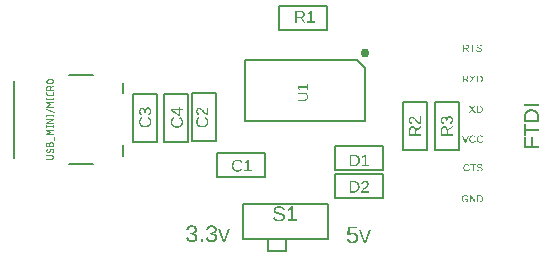
<source format=gbr>
G04 EAGLE Gerber RS-274X export*
G75*
%MOMM*%
%FSLAX34Y34*%
%LPD*%
%INSilkscreen Top*%
%IPPOS*%
%AMOC8*
5,1,8,0,0,1.08239X$1,22.5*%
G01*
G04 Define Apertures*
%ADD10C,0.203200*%
%ADD11C,0.762000*%
%ADD12C,0.127000*%
%ADD13C,0.050800*%
G36*
X156484Y18735D02*
X156999Y18784D01*
X157482Y18866D01*
X157933Y18981D01*
X158350Y19128D01*
X158736Y19309D01*
X159089Y19522D01*
X159409Y19768D01*
X159694Y20044D01*
X159941Y20347D01*
X160151Y20677D01*
X160322Y21034D01*
X160455Y21418D01*
X160550Y21828D01*
X160607Y22266D01*
X160626Y22731D01*
X160612Y23055D01*
X160572Y23365D01*
X160504Y23661D01*
X160410Y23943D01*
X160288Y24211D01*
X160140Y24464D01*
X159965Y24704D01*
X159762Y24929D01*
X159536Y25136D01*
X159288Y25321D01*
X159018Y25484D01*
X158727Y25625D01*
X158415Y25744D01*
X158081Y25841D01*
X157726Y25916D01*
X157349Y25969D01*
X157349Y26008D01*
X157691Y26090D01*
X158013Y26189D01*
X158314Y26304D01*
X158594Y26436D01*
X158852Y26585D01*
X159090Y26750D01*
X159307Y26933D01*
X159502Y27132D01*
X159676Y27347D01*
X159826Y27577D01*
X159954Y27823D01*
X160058Y28084D01*
X160139Y28361D01*
X160197Y28654D01*
X160232Y28962D01*
X160243Y29285D01*
X160225Y29705D01*
X160171Y30101D01*
X160081Y30473D01*
X159955Y30822D01*
X159793Y31147D01*
X159595Y31448D01*
X159360Y31725D01*
X159090Y31978D01*
X158788Y32205D01*
X158456Y32401D01*
X158095Y32567D01*
X157706Y32703D01*
X157287Y32809D01*
X156839Y32884D01*
X156363Y32930D01*
X155857Y32945D01*
X155392Y32930D01*
X154949Y32885D01*
X154527Y32811D01*
X154127Y32707D01*
X153748Y32573D01*
X153391Y32409D01*
X153056Y32216D01*
X152742Y31993D01*
X152455Y31744D01*
X152200Y31471D01*
X151976Y31174D01*
X151784Y30855D01*
X151624Y30512D01*
X151496Y30146D01*
X151399Y29757D01*
X151334Y29344D01*
X153110Y29207D01*
X153149Y29471D01*
X153207Y29721D01*
X153283Y29954D01*
X153379Y30173D01*
X153493Y30376D01*
X153626Y30564D01*
X153778Y30737D01*
X153949Y30894D01*
X154136Y31034D01*
X154338Y31156D01*
X154553Y31259D01*
X154782Y31343D01*
X155025Y31409D01*
X155282Y31455D01*
X155553Y31483D01*
X155838Y31493D01*
X156149Y31483D01*
X156441Y31453D01*
X156713Y31402D01*
X156965Y31332D01*
X157197Y31242D01*
X157410Y31131D01*
X157603Y31001D01*
X157776Y30850D01*
X157928Y30682D01*
X158061Y30500D01*
X158173Y30303D01*
X158265Y30091D01*
X158336Y29865D01*
X158387Y29624D01*
X158418Y29369D01*
X158428Y29099D01*
X158416Y28827D01*
X158378Y28570D01*
X158316Y28328D01*
X158228Y28102D01*
X158116Y27890D01*
X157978Y27694D01*
X157816Y27513D01*
X157628Y27347D01*
X157418Y27199D01*
X157188Y27071D01*
X156937Y26962D01*
X156666Y26873D01*
X156374Y26804D01*
X156062Y26754D01*
X155729Y26724D01*
X155377Y26715D01*
X154415Y26715D01*
X154415Y25184D01*
X155416Y25184D01*
X155813Y25174D01*
X156187Y25144D01*
X156536Y25095D01*
X156862Y25026D01*
X157163Y24937D01*
X157440Y24828D01*
X157694Y24699D01*
X157923Y24551D01*
X158126Y24385D01*
X158303Y24204D01*
X158452Y24007D01*
X158574Y23794D01*
X158669Y23567D01*
X158737Y23323D01*
X158777Y23064D01*
X158791Y22790D01*
X158779Y22476D01*
X158743Y22182D01*
X158684Y21908D01*
X158601Y21654D01*
X158494Y21420D01*
X158363Y21206D01*
X158209Y21012D01*
X158031Y20838D01*
X157832Y20683D01*
X157615Y20550D01*
X157380Y20437D01*
X157127Y20345D01*
X156856Y20273D01*
X156567Y20221D01*
X156261Y20190D01*
X155936Y20180D01*
X155613Y20190D01*
X155307Y20218D01*
X155020Y20266D01*
X154751Y20333D01*
X154499Y20420D01*
X154266Y20525D01*
X154051Y20650D01*
X153853Y20793D01*
X153674Y20956D01*
X153513Y21138D01*
X153370Y21340D01*
X153245Y21560D01*
X153137Y21799D01*
X153048Y22058D01*
X152977Y22336D01*
X152924Y22633D01*
X151099Y22466D01*
X151174Y22017D01*
X151280Y21596D01*
X151418Y21203D01*
X151588Y20839D01*
X151790Y20503D01*
X152023Y20195D01*
X152288Y19916D01*
X152585Y19665D01*
X152911Y19443D01*
X153264Y19251D01*
X153643Y19088D01*
X154048Y18955D01*
X154481Y18851D01*
X154939Y18777D01*
X155424Y18733D01*
X155936Y18718D01*
X156484Y18735D01*
G37*
G36*
X173234Y18735D02*
X173749Y18784D01*
X174232Y18866D01*
X174683Y18981D01*
X175100Y19128D01*
X175486Y19309D01*
X175839Y19522D01*
X176159Y19768D01*
X176444Y20044D01*
X176691Y20347D01*
X176901Y20677D01*
X177072Y21034D01*
X177205Y21418D01*
X177300Y21828D01*
X177357Y22266D01*
X177376Y22731D01*
X177362Y23055D01*
X177322Y23365D01*
X177254Y23661D01*
X177160Y23943D01*
X177038Y24211D01*
X176890Y24464D01*
X176715Y24704D01*
X176512Y24929D01*
X176286Y25136D01*
X176038Y25321D01*
X175768Y25484D01*
X175477Y25625D01*
X175165Y25744D01*
X174831Y25841D01*
X174476Y25916D01*
X174099Y25969D01*
X174099Y26008D01*
X174441Y26090D01*
X174763Y26189D01*
X175064Y26304D01*
X175344Y26436D01*
X175602Y26585D01*
X175840Y26750D01*
X176057Y26933D01*
X176252Y27132D01*
X176426Y27347D01*
X176576Y27577D01*
X176704Y27823D01*
X176808Y28084D01*
X176889Y28361D01*
X176947Y28654D01*
X176982Y28962D01*
X176993Y29285D01*
X176975Y29705D01*
X176921Y30101D01*
X176831Y30473D01*
X176705Y30822D01*
X176543Y31147D01*
X176345Y31448D01*
X176110Y31725D01*
X175840Y31978D01*
X175538Y32205D01*
X175206Y32401D01*
X174845Y32567D01*
X174456Y32703D01*
X174037Y32809D01*
X173589Y32884D01*
X173113Y32930D01*
X172607Y32945D01*
X172142Y32930D01*
X171699Y32885D01*
X171277Y32811D01*
X170877Y32707D01*
X170498Y32573D01*
X170141Y32409D01*
X169806Y32216D01*
X169492Y31993D01*
X169205Y31744D01*
X168950Y31471D01*
X168726Y31174D01*
X168534Y30855D01*
X168374Y30512D01*
X168246Y30146D01*
X168149Y29757D01*
X168084Y29344D01*
X169860Y29207D01*
X169899Y29471D01*
X169957Y29721D01*
X170033Y29954D01*
X170129Y30173D01*
X170243Y30376D01*
X170376Y30564D01*
X170528Y30737D01*
X170699Y30894D01*
X170886Y31034D01*
X171088Y31156D01*
X171303Y31259D01*
X171532Y31343D01*
X171775Y31409D01*
X172032Y31455D01*
X172303Y31483D01*
X172588Y31493D01*
X172899Y31483D01*
X173191Y31453D01*
X173463Y31402D01*
X173715Y31332D01*
X173947Y31242D01*
X174160Y31131D01*
X174353Y31001D01*
X174526Y30850D01*
X174678Y30682D01*
X174811Y30500D01*
X174923Y30303D01*
X175015Y30091D01*
X175086Y29865D01*
X175137Y29624D01*
X175168Y29369D01*
X175178Y29099D01*
X175166Y28827D01*
X175128Y28570D01*
X175066Y28328D01*
X174978Y28102D01*
X174866Y27890D01*
X174728Y27694D01*
X174566Y27513D01*
X174378Y27347D01*
X174168Y27199D01*
X173938Y27071D01*
X173687Y26962D01*
X173416Y26873D01*
X173124Y26804D01*
X172812Y26754D01*
X172479Y26724D01*
X172127Y26715D01*
X171165Y26715D01*
X171165Y25184D01*
X172166Y25184D01*
X172563Y25174D01*
X172937Y25144D01*
X173286Y25095D01*
X173612Y25026D01*
X173913Y24937D01*
X174190Y24828D01*
X174444Y24699D01*
X174673Y24551D01*
X174876Y24385D01*
X175053Y24204D01*
X175202Y24007D01*
X175324Y23794D01*
X175419Y23567D01*
X175487Y23323D01*
X175527Y23064D01*
X175541Y22790D01*
X175529Y22476D01*
X175493Y22182D01*
X175434Y21908D01*
X175351Y21654D01*
X175244Y21420D01*
X175113Y21206D01*
X174959Y21012D01*
X174781Y20838D01*
X174582Y20683D01*
X174365Y20550D01*
X174130Y20437D01*
X173877Y20345D01*
X173606Y20273D01*
X173317Y20221D01*
X173011Y20190D01*
X172686Y20180D01*
X172363Y20190D01*
X172057Y20218D01*
X171770Y20266D01*
X171501Y20333D01*
X171249Y20420D01*
X171016Y20525D01*
X170801Y20650D01*
X170603Y20793D01*
X170424Y20956D01*
X170263Y21138D01*
X170120Y21340D01*
X169995Y21560D01*
X169887Y21799D01*
X169798Y22058D01*
X169727Y22336D01*
X169674Y22633D01*
X167849Y22466D01*
X167924Y22017D01*
X168030Y21596D01*
X168168Y21203D01*
X168338Y20839D01*
X168540Y20503D01*
X168773Y20195D01*
X169038Y19916D01*
X169335Y19665D01*
X169661Y19443D01*
X170014Y19251D01*
X170393Y19088D01*
X170798Y18955D01*
X171231Y18851D01*
X171689Y18777D01*
X172174Y18733D01*
X172686Y18718D01*
X173234Y18735D01*
G37*
G36*
X188218Y29530D02*
X186344Y29530D01*
X183930Y22604D01*
X183548Y21446D01*
X183204Y20298D01*
X182527Y22623D01*
X180192Y29530D01*
X178309Y29530D01*
X182164Y18915D01*
X184254Y18915D01*
X188218Y29530D01*
G37*
G36*
X165238Y21063D02*
X163325Y21063D01*
X163325Y18915D01*
X165238Y18915D01*
X165238Y21063D01*
G37*
G36*
X292411Y17747D02*
X292940Y17806D01*
X293438Y17904D01*
X293904Y18042D01*
X294339Y18218D01*
X294743Y18434D01*
X295115Y18689D01*
X295456Y18984D01*
X295761Y19312D01*
X296025Y19670D01*
X296248Y20057D01*
X296431Y20472D01*
X296573Y20917D01*
X296675Y21392D01*
X296736Y21895D01*
X296756Y22427D01*
X296737Y22897D01*
X296680Y23343D01*
X296585Y23768D01*
X296453Y24169D01*
X296283Y24548D01*
X296074Y24903D01*
X295828Y25237D01*
X295544Y25547D01*
X295228Y25828D01*
X294886Y26071D01*
X294519Y26277D01*
X294125Y26445D01*
X293706Y26576D01*
X293260Y26670D01*
X292789Y26726D01*
X292292Y26744D01*
X291874Y26731D01*
X291473Y26689D01*
X291090Y26620D01*
X290724Y26524D01*
X290376Y26399D01*
X290045Y26248D01*
X289732Y26068D01*
X289437Y25861D01*
X289701Y30247D01*
X295951Y30247D01*
X295951Y31748D01*
X288092Y31748D01*
X287631Y24311D01*
X289358Y24311D01*
X289667Y24561D01*
X289976Y24772D01*
X290285Y24944D01*
X290594Y25076D01*
X290909Y25175D01*
X291237Y25246D01*
X291577Y25288D01*
X291929Y25302D01*
X292263Y25290D01*
X292580Y25252D01*
X292879Y25189D01*
X293161Y25101D01*
X293425Y24988D01*
X293672Y24850D01*
X293900Y24686D01*
X294112Y24498D01*
X294301Y24289D01*
X294466Y24064D01*
X294605Y23824D01*
X294719Y23568D01*
X294807Y23296D01*
X294871Y23009D01*
X294908Y22707D01*
X294921Y22388D01*
X294909Y22023D01*
X294871Y21678D01*
X294808Y21353D01*
X294720Y21048D01*
X294607Y20763D01*
X294469Y20498D01*
X294305Y20253D01*
X294117Y20028D01*
X293906Y19827D01*
X293676Y19653D01*
X293426Y19505D01*
X293158Y19385D01*
X292869Y19291D01*
X292562Y19224D01*
X292235Y19183D01*
X291889Y19170D01*
X291607Y19178D01*
X291338Y19202D01*
X291083Y19242D01*
X290841Y19298D01*
X290614Y19370D01*
X290400Y19458D01*
X290199Y19562D01*
X290013Y19683D01*
X289840Y19819D01*
X289681Y19971D01*
X289536Y20139D01*
X289404Y20323D01*
X289286Y20524D01*
X289182Y20740D01*
X289091Y20972D01*
X289015Y21221D01*
X287229Y21014D01*
X287321Y20626D01*
X287441Y20262D01*
X287587Y19921D01*
X287761Y19604D01*
X287963Y19311D01*
X288191Y19041D01*
X288447Y18794D01*
X288730Y18571D01*
X289039Y18374D01*
X289370Y18202D01*
X289725Y18057D01*
X290104Y17939D01*
X290505Y17846D01*
X290930Y17780D01*
X291379Y17741D01*
X291850Y17728D01*
X292411Y17747D01*
G37*
G36*
X307559Y28540D02*
X305685Y28540D01*
X303271Y21613D01*
X302889Y20455D01*
X302545Y19307D01*
X301868Y21633D01*
X299533Y28540D01*
X297649Y28540D01*
X301505Y17924D01*
X303595Y17924D01*
X307559Y28540D01*
G37*
G36*
X400077Y52423D02*
X400467Y52491D01*
X400832Y52606D01*
X401172Y52765D01*
X401481Y52968D01*
X401752Y53211D01*
X401986Y53493D01*
X402183Y53816D01*
X402339Y54174D01*
X402451Y54560D01*
X402518Y54974D01*
X402540Y55417D01*
X402527Y55755D01*
X402489Y56072D01*
X402425Y56370D01*
X402336Y56647D01*
X402221Y56905D01*
X402081Y57143D01*
X401915Y57361D01*
X401724Y57559D01*
X401509Y57736D01*
X401273Y57889D01*
X401015Y58018D01*
X400736Y58124D01*
X400436Y58207D01*
X400114Y58266D01*
X399770Y58301D01*
X399406Y58313D01*
X397450Y58313D01*
X397450Y52400D01*
X399662Y52400D01*
X400077Y52423D01*
G37*
%LPC*%
G36*
X398252Y53042D02*
X398252Y57671D01*
X399389Y57671D01*
X399666Y57662D01*
X399926Y57635D01*
X400169Y57589D01*
X400395Y57526D01*
X400605Y57445D01*
X400798Y57346D01*
X400973Y57229D01*
X401132Y57094D01*
X401273Y56941D01*
X401396Y56772D01*
X401499Y56587D01*
X401584Y56386D01*
X401650Y56168D01*
X401697Y55934D01*
X401725Y55684D01*
X401734Y55417D01*
X401718Y55064D01*
X401668Y54735D01*
X401586Y54431D01*
X401470Y54150D01*
X401324Y53897D01*
X401149Y53676D01*
X400945Y53486D01*
X400713Y53328D01*
X400456Y53203D01*
X400180Y53114D01*
X399885Y53060D01*
X399569Y53042D01*
X398252Y53042D01*
G37*
%LPD*%
G36*
X391945Y56328D02*
X391924Y57029D01*
X391903Y57436D01*
X395067Y52400D01*
X396032Y52400D01*
X396032Y58313D01*
X395310Y58313D01*
X395310Y54435D01*
X395323Y53953D01*
X395360Y53244D01*
X392163Y58313D01*
X391231Y58313D01*
X391231Y52400D01*
X391945Y52400D01*
X391945Y56328D01*
G37*
G36*
X387673Y52333D02*
X388050Y52382D01*
X388413Y52464D01*
X388761Y52579D01*
X389089Y52723D01*
X389390Y52895D01*
X389664Y53093D01*
X389913Y53319D01*
X389913Y55358D01*
X387408Y55358D01*
X387408Y54687D01*
X389174Y54687D01*
X389174Y53621D01*
X389007Y53478D01*
X388816Y53351D01*
X388601Y53239D01*
X388362Y53143D01*
X388107Y53066D01*
X387841Y53011D01*
X387566Y52978D01*
X387282Y52967D01*
X387035Y52977D01*
X386801Y53007D01*
X386582Y53058D01*
X386376Y53129D01*
X386184Y53220D01*
X386006Y53331D01*
X385842Y53463D01*
X385691Y53615D01*
X385557Y53784D01*
X385440Y53969D01*
X385341Y54168D01*
X385260Y54381D01*
X385197Y54610D01*
X385152Y54853D01*
X385125Y55111D01*
X385116Y55384D01*
X385125Y55657D01*
X385150Y55914D01*
X385193Y56156D01*
X385252Y56382D01*
X385328Y56592D01*
X385421Y56786D01*
X385531Y56965D01*
X385658Y57127D01*
X385801Y57272D01*
X385959Y57398D01*
X386132Y57504D01*
X386320Y57591D01*
X386523Y57659D01*
X386741Y57707D01*
X386974Y57736D01*
X387223Y57746D01*
X387539Y57732D01*
X387828Y57688D01*
X388090Y57616D01*
X388324Y57515D01*
X388534Y57383D01*
X388719Y57216D01*
X388881Y57016D01*
X389019Y56781D01*
X389783Y57008D01*
X389599Y57348D01*
X389381Y57638D01*
X389127Y57879D01*
X388838Y58069D01*
X388509Y58214D01*
X388133Y58318D01*
X387712Y58380D01*
X387244Y58401D01*
X386904Y58388D01*
X386584Y58351D01*
X386284Y58290D01*
X386003Y58203D01*
X385741Y58093D01*
X385500Y57957D01*
X385277Y57797D01*
X385074Y57612D01*
X384894Y57404D01*
X384737Y57177D01*
X384604Y56929D01*
X384495Y56660D01*
X384411Y56372D01*
X384351Y56063D01*
X384314Y55733D01*
X384302Y55384D01*
X384325Y54929D01*
X384391Y54505D01*
X384502Y54112D01*
X384657Y53749D01*
X384854Y53422D01*
X385091Y53136D01*
X385367Y52890D01*
X385683Y52686D01*
X386035Y52524D01*
X386418Y52409D01*
X386834Y52339D01*
X387282Y52316D01*
X387673Y52333D01*
G37*
G36*
X399959Y78663D02*
X400225Y78684D01*
X400475Y78719D01*
X400708Y78768D01*
X400925Y78831D01*
X401126Y78909D01*
X401310Y79000D01*
X401479Y79105D01*
X401628Y79223D01*
X401758Y79353D01*
X401868Y79494D01*
X401958Y79646D01*
X402028Y79811D01*
X402078Y79986D01*
X402108Y80174D01*
X402118Y80372D01*
X402096Y80674D01*
X402028Y80935D01*
X401921Y81158D01*
X401779Y81350D01*
X401605Y81513D01*
X401403Y81648D01*
X401179Y81762D01*
X400939Y81860D01*
X400686Y81944D01*
X400421Y82015D01*
X399878Y82143D01*
X399199Y82309D01*
X398961Y82382D01*
X398791Y82447D01*
X398550Y82585D01*
X398373Y82749D01*
X398310Y82845D01*
X398265Y82951D01*
X398238Y83070D01*
X398229Y83201D01*
X398252Y83419D01*
X398322Y83609D01*
X398439Y83769D01*
X398602Y83901D01*
X398810Y84004D01*
X399059Y84078D01*
X399351Y84122D01*
X399685Y84136D01*
X399990Y84123D01*
X400261Y84083D01*
X400496Y84017D01*
X400696Y83924D01*
X400864Y83802D01*
X401002Y83648D01*
X401111Y83461D01*
X401191Y83242D01*
X401980Y83381D01*
X401853Y83725D01*
X401686Y84015D01*
X401480Y84251D01*
X401361Y84348D01*
X401233Y84432D01*
X400937Y84567D01*
X400582Y84663D01*
X400167Y84721D01*
X399693Y84741D01*
X399430Y84734D01*
X399183Y84715D01*
X398952Y84683D01*
X398736Y84638D01*
X398536Y84580D01*
X398351Y84509D01*
X398182Y84426D01*
X398029Y84329D01*
X397893Y84221D01*
X397775Y84102D01*
X397675Y83972D01*
X397593Y83831D01*
X397530Y83679D01*
X397484Y83517D01*
X397457Y83343D01*
X397448Y83159D01*
X397455Y82998D01*
X397476Y82846D01*
X397511Y82704D01*
X397559Y82571D01*
X397695Y82331D01*
X397880Y82124D01*
X398128Y81942D01*
X398453Y81778D01*
X398900Y81623D01*
X399517Y81468D01*
X400251Y81295D01*
X400560Y81206D01*
X400822Y81098D01*
X401034Y80965D01*
X401193Y80800D01*
X401251Y80703D01*
X401292Y80593D01*
X401317Y80468D01*
X401325Y80330D01*
X401319Y80205D01*
X401299Y80088D01*
X401220Y79877D01*
X401088Y79697D01*
X400904Y79548D01*
X400671Y79431D01*
X400393Y79348D01*
X400072Y79298D01*
X399706Y79281D01*
X399350Y79297D01*
X399033Y79344D01*
X398756Y79422D01*
X398518Y79531D01*
X398319Y79674D01*
X398157Y79851D01*
X398033Y80065D01*
X397947Y80314D01*
X397171Y80158D01*
X397221Y79976D01*
X397286Y79806D01*
X397364Y79648D01*
X397457Y79501D01*
X397564Y79366D01*
X397685Y79243D01*
X397820Y79131D01*
X397969Y79032D01*
X398133Y78944D01*
X398311Y78867D01*
X398503Y78803D01*
X398709Y78750D01*
X398930Y78709D01*
X399164Y78680D01*
X399413Y78662D01*
X399676Y78656D01*
X399959Y78663D01*
G37*
G36*
X388877Y78662D02*
X389086Y78681D01*
X389482Y78756D01*
X389853Y78880D01*
X390196Y79055D01*
X390508Y79277D01*
X390783Y79545D01*
X391021Y79858D01*
X391222Y80217D01*
X390568Y80544D01*
X390402Y80256D01*
X390216Y80006D01*
X390012Y79795D01*
X389788Y79622D01*
X389545Y79488D01*
X389283Y79392D01*
X389001Y79334D01*
X388700Y79315D01*
X388464Y79325D01*
X388241Y79356D01*
X388030Y79408D01*
X387831Y79480D01*
X387645Y79573D01*
X387472Y79687D01*
X387311Y79821D01*
X387162Y79976D01*
X387029Y80148D01*
X386914Y80333D01*
X386816Y80531D01*
X386736Y80743D01*
X386674Y80968D01*
X386629Y81207D01*
X386603Y81458D01*
X386594Y81723D01*
X386602Y81991D01*
X386628Y82244D01*
X386671Y82482D01*
X386730Y82706D01*
X386807Y82915D01*
X386901Y83109D01*
X387012Y83289D01*
X387139Y83454D01*
X387283Y83602D01*
X387439Y83731D01*
X387610Y83839D01*
X387794Y83928D01*
X387992Y83997D01*
X388203Y84046D01*
X388428Y84076D01*
X388667Y84086D01*
X388969Y84069D01*
X389250Y84018D01*
X389509Y83932D01*
X389747Y83813D01*
X389959Y83662D01*
X390140Y83480D01*
X390290Y83267D01*
X390408Y83024D01*
X391168Y83276D01*
X390998Y83617D01*
X390786Y83913D01*
X390532Y84164D01*
X390236Y84371D01*
X389900Y84533D01*
X389525Y84648D01*
X389111Y84717D01*
X388658Y84741D01*
X388330Y84728D01*
X388020Y84690D01*
X387728Y84628D01*
X387454Y84540D01*
X387199Y84427D01*
X386962Y84290D01*
X386744Y84127D01*
X386544Y83939D01*
X386365Y83729D01*
X386209Y83500D01*
X386078Y83252D01*
X385971Y82984D01*
X385887Y82698D01*
X385828Y82392D01*
X385792Y82067D01*
X385780Y81723D01*
X385801Y81267D01*
X385865Y80843D01*
X385972Y80450D01*
X386122Y80089D01*
X386312Y79764D01*
X386541Y79479D01*
X386809Y79233D01*
X387116Y79027D01*
X387458Y78865D01*
X387829Y78749D01*
X388231Y78679D01*
X388663Y78656D01*
X388877Y78662D01*
G37*
G36*
X394552Y83998D02*
X396583Y83998D01*
X396583Y84652D01*
X391724Y84652D01*
X391724Y83998D01*
X393755Y83998D01*
X393755Y78740D01*
X394552Y78740D01*
X394552Y83998D01*
G37*
G36*
X394012Y102919D02*
X394220Y102938D01*
X394617Y103013D01*
X394987Y103137D01*
X395331Y103312D01*
X395643Y103534D01*
X395918Y103802D01*
X396156Y104115D01*
X396357Y104474D01*
X395702Y104801D01*
X395536Y104513D01*
X395351Y104263D01*
X395147Y104052D01*
X394923Y103879D01*
X394680Y103745D01*
X394417Y103649D01*
X394136Y103591D01*
X393835Y103572D01*
X393599Y103582D01*
X393375Y103613D01*
X393164Y103665D01*
X392966Y103737D01*
X392780Y103830D01*
X392606Y103944D01*
X392445Y104078D01*
X392297Y104233D01*
X392164Y104405D01*
X392048Y104590D01*
X391950Y104788D01*
X391871Y105000D01*
X391808Y105225D01*
X391764Y105464D01*
X391737Y105715D01*
X391728Y105980D01*
X391737Y106248D01*
X391762Y106501D01*
X391805Y106739D01*
X391865Y106963D01*
X391941Y107172D01*
X392035Y107366D01*
X392146Y107546D01*
X392274Y107711D01*
X392417Y107859D01*
X392574Y107988D01*
X392744Y108096D01*
X392928Y108185D01*
X393126Y108254D01*
X393338Y108303D01*
X393563Y108333D01*
X393801Y108343D01*
X394103Y108326D01*
X394384Y108275D01*
X394644Y108189D01*
X394882Y108070D01*
X395094Y107919D01*
X395275Y107737D01*
X395424Y107524D01*
X395543Y107281D01*
X396302Y107533D01*
X396132Y107874D01*
X395920Y108170D01*
X395666Y108421D01*
X395371Y108628D01*
X395034Y108790D01*
X394659Y108905D01*
X394246Y108974D01*
X393793Y108998D01*
X393464Y108985D01*
X393154Y108947D01*
X392862Y108885D01*
X392589Y108797D01*
X392333Y108684D01*
X392097Y108547D01*
X391878Y108384D01*
X391678Y108196D01*
X391499Y107986D01*
X391344Y107757D01*
X391213Y107509D01*
X391105Y107241D01*
X391022Y106955D01*
X390962Y106649D01*
X390926Y106324D01*
X390914Y105980D01*
X390936Y105524D01*
X391000Y105100D01*
X391107Y104707D01*
X391256Y104346D01*
X391447Y104021D01*
X391676Y103736D01*
X391944Y103490D01*
X392251Y103284D01*
X392592Y103122D01*
X392964Y103006D01*
X393365Y102936D01*
X393797Y102913D01*
X394012Y102919D01*
G37*
G36*
X400231Y102919D02*
X400439Y102938D01*
X400836Y103013D01*
X401206Y103137D01*
X401550Y103312D01*
X401862Y103534D01*
X402136Y103802D01*
X402374Y104115D01*
X402576Y104474D01*
X401921Y104801D01*
X401755Y104513D01*
X401570Y104263D01*
X401365Y104052D01*
X401141Y103879D01*
X400898Y103745D01*
X400636Y103649D01*
X400354Y103591D01*
X400054Y103572D01*
X399818Y103582D01*
X399594Y103613D01*
X399383Y103665D01*
X399184Y103737D01*
X398999Y103830D01*
X398825Y103944D01*
X398664Y104078D01*
X398516Y104233D01*
X398382Y104405D01*
X398267Y104590D01*
X398169Y104788D01*
X398089Y105000D01*
X398027Y105225D01*
X397983Y105464D01*
X397956Y105715D01*
X397947Y105980D01*
X397956Y106248D01*
X397981Y106501D01*
X398024Y106739D01*
X398084Y106963D01*
X398160Y107172D01*
X398254Y107366D01*
X398365Y107546D01*
X398493Y107711D01*
X398636Y107859D01*
X398793Y107988D01*
X398963Y108096D01*
X399147Y108185D01*
X399345Y108254D01*
X399556Y108303D01*
X399781Y108333D01*
X400020Y108343D01*
X400322Y108326D01*
X400603Y108275D01*
X400862Y108189D01*
X401101Y108070D01*
X401313Y107919D01*
X401493Y107737D01*
X401643Y107524D01*
X401761Y107281D01*
X402521Y107533D01*
X402351Y107874D01*
X402139Y108170D01*
X401885Y108421D01*
X401589Y108628D01*
X401253Y108790D01*
X400878Y108905D01*
X400464Y108974D01*
X400012Y108998D01*
X399683Y108985D01*
X399373Y108947D01*
X399081Y108885D01*
X398807Y108797D01*
X398552Y108684D01*
X398315Y108547D01*
X398097Y108384D01*
X397897Y108196D01*
X397718Y107986D01*
X397563Y107757D01*
X397431Y107509D01*
X397324Y107241D01*
X397240Y106955D01*
X397181Y106649D01*
X397145Y106324D01*
X397133Y105980D01*
X397154Y105524D01*
X397219Y105100D01*
X397325Y104707D01*
X397475Y104346D01*
X397665Y104021D01*
X397895Y103736D01*
X398163Y103490D01*
X398470Y103284D01*
X398811Y103122D01*
X399182Y103006D01*
X399584Y102936D01*
X400016Y102913D01*
X400231Y102919D01*
G37*
G36*
X390453Y108909D02*
X389610Y108909D01*
X387982Y104747D01*
X387629Y103702D01*
X387277Y104747D01*
X385640Y108909D01*
X384797Y108909D01*
X387210Y102997D01*
X388041Y102997D01*
X390453Y108909D01*
G37*
G36*
X399720Y128318D02*
X400110Y128387D01*
X400475Y128501D01*
X400815Y128660D01*
X401124Y128863D01*
X401395Y129106D01*
X401630Y129389D01*
X401827Y129712D01*
X401983Y130069D01*
X402094Y130455D01*
X402161Y130869D01*
X402183Y131312D01*
X402170Y131650D01*
X402132Y131967D01*
X402068Y132265D01*
X401979Y132542D01*
X401864Y132800D01*
X401724Y133038D01*
X401558Y133256D01*
X401367Y133455D01*
X401152Y133631D01*
X400916Y133784D01*
X400659Y133914D01*
X400379Y134020D01*
X400079Y134102D01*
X399757Y134161D01*
X399414Y134196D01*
X399049Y134208D01*
X397093Y134208D01*
X397093Y128295D01*
X399305Y128295D01*
X399720Y128318D01*
G37*
%LPC*%
G36*
X397895Y128937D02*
X397895Y133566D01*
X399032Y133566D01*
X399309Y133557D01*
X399569Y133530D01*
X399812Y133485D01*
X400038Y133422D01*
X400248Y133340D01*
X400441Y133241D01*
X400616Y133124D01*
X400775Y132989D01*
X400917Y132836D01*
X401039Y132668D01*
X401142Y132483D01*
X401227Y132281D01*
X401293Y132064D01*
X401340Y131829D01*
X401368Y131579D01*
X401378Y131312D01*
X401361Y130959D01*
X401311Y130631D01*
X401229Y130326D01*
X401113Y130045D01*
X400967Y129792D01*
X400792Y129571D01*
X400588Y129381D01*
X400356Y129223D01*
X400099Y129098D01*
X399823Y129009D01*
X399528Y128955D01*
X399212Y128937D01*
X397895Y128937D01*
G37*
%LPD*%
G36*
X393530Y130880D02*
X395304Y128295D01*
X396190Y128295D01*
X393995Y131396D01*
X396018Y134208D01*
X395132Y134208D01*
X393534Y131887D01*
X391889Y134208D01*
X391003Y134208D01*
X393081Y131367D01*
X390831Y128295D01*
X391717Y128295D01*
X393530Y130880D01*
G37*
G36*
X388441Y133553D02*
X390472Y133553D01*
X390472Y134208D01*
X385613Y134208D01*
X385613Y133553D01*
X387644Y133553D01*
X387644Y128295D01*
X388441Y128295D01*
X388441Y133553D01*
G37*
G36*
X399774Y153871D02*
X400165Y153939D01*
X400530Y154053D01*
X400870Y154213D01*
X401178Y154415D01*
X401450Y154658D01*
X401684Y154941D01*
X401881Y155264D01*
X402037Y155621D01*
X402148Y156007D01*
X402215Y156422D01*
X402238Y156865D01*
X402225Y157202D01*
X402187Y157520D01*
X402123Y157817D01*
X402034Y158095D01*
X401919Y158353D01*
X401779Y158591D01*
X401613Y158809D01*
X401421Y159007D01*
X401207Y159184D01*
X400970Y159337D01*
X400713Y159466D01*
X400434Y159572D01*
X400133Y159654D01*
X399811Y159713D01*
X399468Y159748D01*
X399103Y159760D01*
X397148Y159760D01*
X397148Y153848D01*
X399359Y153848D01*
X399774Y153871D01*
G37*
%LPC*%
G36*
X397949Y154490D02*
X397949Y159118D01*
X399086Y159118D01*
X399363Y159109D01*
X399623Y159082D01*
X399866Y159037D01*
X400093Y158974D01*
X400302Y158893D01*
X400495Y158794D01*
X400671Y158676D01*
X400830Y158541D01*
X400971Y158389D01*
X401093Y158220D01*
X401197Y158035D01*
X401281Y157834D01*
X401347Y157616D01*
X401394Y157382D01*
X401423Y157132D01*
X401432Y156865D01*
X401415Y156512D01*
X401366Y156183D01*
X401283Y155878D01*
X401168Y155598D01*
X401021Y155345D01*
X400846Y155123D01*
X400642Y154934D01*
X400410Y154775D01*
X400154Y154650D01*
X399878Y154561D01*
X399582Y154508D01*
X399267Y154490D01*
X397949Y154490D01*
G37*
%LPD*%
G36*
X386012Y156303D02*
X387854Y156303D01*
X389390Y153848D01*
X390313Y153848D01*
X389349Y155311D01*
X388634Y156395D01*
X388954Y156474D01*
X389237Y156595D01*
X389312Y156644D01*
X389484Y156758D01*
X389694Y156961D01*
X389862Y157199D01*
X389982Y157463D01*
X390054Y157753D01*
X390078Y158069D01*
X390069Y158263D01*
X390044Y158446D01*
X390001Y158618D01*
X389942Y158779D01*
X389865Y158929D01*
X389772Y159068D01*
X389662Y159196D01*
X389534Y159313D01*
X389391Y159418D01*
X389234Y159509D01*
X389063Y159586D01*
X388877Y159648D01*
X388677Y159697D01*
X388463Y159732D01*
X388235Y159753D01*
X387992Y159760D01*
X385210Y159760D01*
X385210Y153848D01*
X386012Y153848D01*
X386012Y156303D01*
G37*
%LPC*%
G36*
X386012Y156936D02*
X386012Y159118D01*
X387912Y159118D01*
X388223Y159101D01*
X388494Y159051D01*
X388727Y158966D01*
X388922Y158848D01*
X389075Y158697D01*
X389184Y158516D01*
X389250Y158303D01*
X389272Y158061D01*
X389250Y157809D01*
X389185Y157587D01*
X389077Y157395D01*
X388926Y157232D01*
X388735Y157103D01*
X388508Y157010D01*
X388245Y156955D01*
X387946Y156936D01*
X386012Y156936D01*
G37*
%LPD*%
G36*
X393584Y156433D02*
X395359Y153848D01*
X396244Y153848D01*
X394050Y156949D01*
X396072Y159760D01*
X395187Y159760D01*
X393588Y157440D01*
X391943Y159760D01*
X391058Y159760D01*
X393135Y156919D01*
X390886Y153848D01*
X391771Y153848D01*
X393584Y156433D01*
G37*
G36*
X386545Y182363D02*
X388387Y182363D01*
X389923Y179908D01*
X390846Y179908D01*
X389882Y181371D01*
X389168Y182455D01*
X389487Y182535D01*
X389770Y182656D01*
X389845Y182705D01*
X390017Y182818D01*
X390227Y183022D01*
X390395Y183259D01*
X390515Y183523D01*
X390587Y183813D01*
X390611Y184130D01*
X390603Y184323D01*
X390577Y184506D01*
X390535Y184678D01*
X390475Y184839D01*
X390399Y184989D01*
X390305Y185128D01*
X390195Y185256D01*
X390068Y185374D01*
X389925Y185478D01*
X389768Y185569D01*
X389596Y185646D01*
X389410Y185709D01*
X389211Y185758D01*
X388996Y185793D01*
X388768Y185814D01*
X388526Y185821D01*
X385744Y185821D01*
X385744Y179908D01*
X386545Y179908D01*
X386545Y182363D01*
G37*
%LPC*%
G36*
X386545Y182997D02*
X386545Y185179D01*
X388446Y185179D01*
X388756Y185162D01*
X389028Y185111D01*
X389261Y185026D01*
X389455Y184908D01*
X389608Y184757D01*
X389718Y184576D01*
X389784Y184364D01*
X389805Y184121D01*
X389784Y183870D01*
X389719Y183647D01*
X389611Y183455D01*
X389459Y183292D01*
X389268Y183163D01*
X389041Y183071D01*
X388778Y183015D01*
X388479Y182997D01*
X386545Y182997D01*
G37*
%LPD*%
G36*
X399498Y179831D02*
X399764Y179852D01*
X400013Y179887D01*
X400247Y179937D01*
X400464Y180000D01*
X400665Y180077D01*
X400849Y180168D01*
X401017Y180273D01*
X401167Y180391D01*
X401297Y180521D01*
X401407Y180662D01*
X401497Y180815D01*
X401567Y180979D01*
X401617Y181154D01*
X401647Y181342D01*
X401657Y181540D01*
X401635Y181843D01*
X401567Y182103D01*
X401460Y182326D01*
X401317Y182518D01*
X401144Y182681D01*
X400942Y182816D01*
X400718Y182930D01*
X400478Y183028D01*
X400225Y183112D01*
X399960Y183183D01*
X399417Y183311D01*
X398738Y183478D01*
X398500Y183550D01*
X398330Y183616D01*
X398089Y183753D01*
X397912Y183918D01*
X397849Y184013D01*
X397804Y184120D01*
X397777Y184238D01*
X397768Y184369D01*
X397791Y184587D01*
X397861Y184777D01*
X397978Y184938D01*
X398141Y185069D01*
X398349Y185172D01*
X398598Y185246D01*
X398890Y185290D01*
X399224Y185304D01*
X399529Y185291D01*
X399800Y185251D01*
X400035Y185185D01*
X400235Y185093D01*
X400403Y184970D01*
X400541Y184816D01*
X400650Y184630D01*
X400730Y184411D01*
X401519Y184549D01*
X401392Y184893D01*
X401225Y185183D01*
X401019Y185419D01*
X400900Y185516D01*
X400772Y185600D01*
X400476Y185735D01*
X400121Y185832D01*
X399706Y185889D01*
X399232Y185909D01*
X398969Y185902D01*
X398722Y185883D01*
X398491Y185851D01*
X398275Y185806D01*
X398075Y185748D01*
X397890Y185677D01*
X397721Y185594D01*
X397568Y185497D01*
X397432Y185389D01*
X397314Y185270D01*
X397214Y185140D01*
X397132Y184999D01*
X397069Y184847D01*
X397023Y184685D01*
X396996Y184511D01*
X396987Y184327D01*
X396994Y184166D01*
X397015Y184014D01*
X397050Y183872D01*
X397098Y183739D01*
X397234Y183500D01*
X397419Y183292D01*
X397667Y183110D01*
X397992Y182946D01*
X398439Y182791D01*
X399056Y182636D01*
X399790Y182464D01*
X400098Y182374D01*
X400361Y182266D01*
X400573Y182133D01*
X400732Y181969D01*
X400790Y181871D01*
X400831Y181761D01*
X400856Y181636D01*
X400864Y181499D01*
X400858Y181373D01*
X400838Y181256D01*
X400759Y181045D01*
X400627Y180865D01*
X400443Y180716D01*
X400210Y180599D01*
X399932Y180516D01*
X399611Y180466D01*
X399245Y180449D01*
X398889Y180465D01*
X398572Y180512D01*
X398295Y180590D01*
X398057Y180699D01*
X397858Y180842D01*
X397696Y181020D01*
X397572Y181233D01*
X397486Y181482D01*
X396710Y181326D01*
X396760Y181145D01*
X396824Y180974D01*
X396903Y180816D01*
X396996Y180669D01*
X397103Y180534D01*
X397224Y180411D01*
X397359Y180300D01*
X397508Y180200D01*
X397672Y180112D01*
X397850Y180036D01*
X398042Y179971D01*
X398248Y179918D01*
X398469Y179877D01*
X398703Y179848D01*
X398952Y179830D01*
X399215Y179824D01*
X399498Y179831D01*
G37*
G36*
X394091Y185166D02*
X396122Y185166D01*
X396122Y185821D01*
X391263Y185821D01*
X391263Y185166D01*
X393294Y185166D01*
X393294Y179908D01*
X394091Y179908D01*
X394091Y185166D01*
G37*
G36*
X251290Y138241D02*
X251532Y138261D01*
X251764Y138295D01*
X251988Y138343D01*
X252203Y138404D01*
X252409Y138479D01*
X252606Y138568D01*
X252795Y138670D01*
X253141Y138910D01*
X253443Y139194D01*
X253702Y139523D01*
X253917Y139897D01*
X254086Y140309D01*
X254207Y140755D01*
X254279Y141235D01*
X254297Y141488D01*
X254304Y141749D01*
X254297Y142020D01*
X254278Y142283D01*
X254247Y142536D01*
X254203Y142780D01*
X254147Y143015D01*
X254078Y143241D01*
X253902Y143666D01*
X253678Y144049D01*
X253410Y144387D01*
X253097Y144678D01*
X252739Y144923D01*
X252545Y145028D01*
X252341Y145118D01*
X252128Y145194D01*
X251907Y145257D01*
X251676Y145306D01*
X251436Y145340D01*
X251188Y145361D01*
X250930Y145368D01*
X245538Y145368D01*
X245538Y144203D01*
X250862Y144203D01*
X251158Y144192D01*
X251436Y144162D01*
X251695Y144112D01*
X251937Y144041D01*
X252159Y143950D01*
X252364Y143839D01*
X252550Y143707D01*
X252718Y143555D01*
X252867Y143386D01*
X252996Y143199D01*
X253105Y142997D01*
X253194Y142779D01*
X253264Y142544D01*
X253313Y142293D01*
X253343Y142026D01*
X253353Y141743D01*
X253343Y141467D01*
X253314Y141209D01*
X253267Y140967D01*
X253199Y140741D01*
X253113Y140533D01*
X253008Y140341D01*
X252883Y140166D01*
X252739Y140007D01*
X252577Y139866D01*
X252397Y139744D01*
X252199Y139641D01*
X251983Y139556D01*
X251750Y139490D01*
X251498Y139443D01*
X251229Y139415D01*
X250942Y139406D01*
X245538Y139406D01*
X245538Y138234D01*
X251040Y138234D01*
X251290Y138241D01*
G37*
G36*
X254181Y152701D02*
X253242Y152701D01*
X253242Y150597D01*
X245538Y150597D01*
X245538Y149579D01*
X246943Y147536D01*
X247986Y147536D01*
X246593Y149487D01*
X253242Y149487D01*
X253242Y147284D01*
X254181Y147284D01*
X254181Y152701D01*
G37*
G36*
X449692Y125244D02*
X449680Y125684D01*
X449645Y126111D01*
X449585Y126525D01*
X449502Y126926D01*
X449395Y127313D01*
X449264Y127688D01*
X449109Y128049D01*
X448930Y128397D01*
X448729Y128729D01*
X448507Y129041D01*
X448265Y129334D01*
X448001Y129608D01*
X447716Y129862D01*
X447410Y130097D01*
X447084Y130312D01*
X446736Y130508D01*
X446371Y130682D01*
X445990Y130834D01*
X445595Y130961D01*
X445185Y131066D01*
X444760Y131148D01*
X444320Y131206D01*
X443865Y131241D01*
X443395Y131252D01*
X443038Y131246D01*
X442691Y131226D01*
X442354Y131192D01*
X442028Y131146D01*
X441712Y131086D01*
X441407Y131013D01*
X441112Y130926D01*
X440827Y130826D01*
X440553Y130713D01*
X440289Y130587D01*
X440036Y130447D01*
X439793Y130294D01*
X439560Y130128D01*
X439337Y129948D01*
X439125Y129755D01*
X438924Y129549D01*
X438733Y129330D01*
X438555Y129101D01*
X438389Y128860D01*
X438236Y128607D01*
X438095Y128344D01*
X437966Y128070D01*
X437849Y127784D01*
X437744Y127487D01*
X437652Y127179D01*
X437573Y126860D01*
X437505Y126530D01*
X437450Y126188D01*
X437407Y125835D01*
X437376Y125471D01*
X437358Y125096D01*
X437351Y124710D01*
X437351Y120628D01*
X449692Y120628D01*
X449692Y125244D01*
G37*
%LPC*%
G36*
X438691Y122301D02*
X438691Y124675D01*
X438710Y125253D01*
X438767Y125795D01*
X438861Y126303D01*
X438993Y126776D01*
X439162Y127213D01*
X439369Y127615D01*
X439614Y127982D01*
X439896Y128314D01*
X440214Y128608D01*
X440566Y128864D01*
X440952Y129080D01*
X441373Y129256D01*
X441827Y129394D01*
X442316Y129492D01*
X442838Y129551D01*
X443395Y129571D01*
X443770Y129562D01*
X444132Y129536D01*
X444481Y129493D01*
X444818Y129433D01*
X445142Y129355D01*
X445454Y129260D01*
X445753Y129148D01*
X446040Y129019D01*
X446312Y128873D01*
X446568Y128713D01*
X446807Y128538D01*
X447030Y128348D01*
X447236Y128143D01*
X447426Y127923D01*
X447599Y127688D01*
X447757Y127438D01*
X447896Y127176D01*
X448017Y126903D01*
X448120Y126620D01*
X448203Y126327D01*
X448268Y126023D01*
X448315Y125710D01*
X448343Y125386D01*
X448352Y125051D01*
X448352Y122301D01*
X438691Y122301D01*
G37*
%LPD*%
G36*
X449692Y100395D02*
X444691Y100395D01*
X444691Y107279D01*
X443307Y107279D01*
X443307Y100395D01*
X438718Y100395D01*
X438718Y107489D01*
X437351Y107489D01*
X437351Y98722D01*
X449692Y98722D01*
X449692Y100395D01*
G37*
G36*
X438718Y112830D02*
X449692Y112830D01*
X449692Y114494D01*
X438718Y114494D01*
X438718Y118733D01*
X437351Y118733D01*
X437351Y108591D01*
X438718Y108591D01*
X438718Y112830D01*
G37*
G36*
X449692Y135422D02*
X437351Y135422D01*
X437351Y133750D01*
X449692Y133750D01*
X449692Y135422D01*
G37*
G36*
X194900Y78356D02*
X195248Y78388D01*
X195584Y78439D01*
X195910Y78512D01*
X196224Y78606D01*
X196528Y78720D01*
X196820Y78855D01*
X197101Y79011D01*
X197369Y79187D01*
X197622Y79382D01*
X197859Y79596D01*
X198081Y79829D01*
X198287Y80081D01*
X198478Y80352D01*
X198654Y80642D01*
X198814Y80951D01*
X197721Y81498D01*
X197444Y81017D01*
X197135Y80600D01*
X196968Y80415D01*
X196794Y80247D01*
X196611Y80095D01*
X196420Y79959D01*
X196221Y79838D01*
X196014Y79734D01*
X195800Y79646D01*
X195577Y79574D01*
X195346Y79518D01*
X195107Y79478D01*
X194860Y79454D01*
X194604Y79445D01*
X194210Y79463D01*
X193837Y79514D01*
X193485Y79601D01*
X193154Y79721D01*
X192843Y79876D01*
X192554Y80066D01*
X192285Y80290D01*
X192038Y80549D01*
X191815Y80835D01*
X191622Y81145D01*
X191459Y81476D01*
X191326Y81829D01*
X191222Y82205D01*
X191148Y82603D01*
X191103Y83023D01*
X191089Y83466D01*
X191103Y83912D01*
X191145Y84334D01*
X191217Y84732D01*
X191316Y85105D01*
X191444Y85454D01*
X191601Y85779D01*
X191786Y86079D01*
X191999Y86355D01*
X192238Y86602D01*
X192500Y86816D01*
X192784Y86997D01*
X193092Y87145D01*
X193422Y87261D01*
X193774Y87343D01*
X194150Y87392D01*
X194548Y87409D01*
X194805Y87402D01*
X195052Y87380D01*
X195291Y87345D01*
X195521Y87295D01*
X195742Y87231D01*
X195954Y87153D01*
X196157Y87060D01*
X196352Y86954D01*
X196535Y86833D01*
X196706Y86701D01*
X196863Y86555D01*
X197008Y86397D01*
X197139Y86226D01*
X197257Y86042D01*
X197363Y85846D01*
X197455Y85637D01*
X198723Y86057D01*
X198590Y86351D01*
X198439Y86626D01*
X198271Y86882D01*
X198085Y87120D01*
X197882Y87339D01*
X197662Y87540D01*
X197423Y87722D01*
X197168Y87885D01*
X196895Y88030D01*
X196607Y88155D01*
X196302Y88261D01*
X195981Y88347D01*
X195643Y88415D01*
X195290Y88463D01*
X194920Y88492D01*
X194534Y88501D01*
X193986Y88480D01*
X193468Y88418D01*
X192981Y88313D01*
X192524Y88167D01*
X192098Y87979D01*
X191703Y87749D01*
X191338Y87477D01*
X191004Y87164D01*
X190706Y86813D01*
X190447Y86431D01*
X190228Y86017D01*
X190048Y85570D01*
X189909Y85092D01*
X189809Y84582D01*
X189750Y84040D01*
X189730Y83466D01*
X189739Y83078D01*
X189765Y82704D01*
X189810Y82343D01*
X189873Y81996D01*
X189953Y81661D01*
X190051Y81340D01*
X190167Y81032D01*
X190301Y80738D01*
X190451Y80458D01*
X190618Y80195D01*
X190802Y79948D01*
X191001Y79719D01*
X191217Y79505D01*
X191448Y79309D01*
X191696Y79129D01*
X191961Y78966D01*
X192239Y78820D01*
X192530Y78695D01*
X192834Y78588D01*
X193150Y78501D01*
X193479Y78433D01*
X193821Y78385D01*
X194175Y78356D01*
X194541Y78346D01*
X194900Y78356D01*
G37*
G36*
X206622Y79558D02*
X204220Y79558D01*
X204220Y88354D01*
X203057Y88354D01*
X200725Y86750D01*
X200725Y85560D01*
X202952Y87150D01*
X202952Y79558D01*
X200438Y79558D01*
X200438Y78486D01*
X206622Y78486D01*
X206622Y79558D01*
G37*
G36*
X165054Y115799D02*
X165428Y115826D01*
X165789Y115871D01*
X166137Y115933D01*
X166471Y116013D01*
X166792Y116111D01*
X167100Y116227D01*
X167395Y116361D01*
X167675Y116512D01*
X167938Y116679D01*
X168184Y116862D01*
X168414Y117062D01*
X168627Y117277D01*
X168824Y117509D01*
X169004Y117757D01*
X169167Y118021D01*
X169312Y118300D01*
X169438Y118591D01*
X169545Y118895D01*
X169632Y119211D01*
X169700Y119540D01*
X169748Y119881D01*
X169777Y120235D01*
X169787Y120602D01*
X169776Y120961D01*
X169745Y121308D01*
X169693Y121645D01*
X169620Y121970D01*
X169527Y122285D01*
X169412Y122588D01*
X169277Y122881D01*
X169121Y123162D01*
X168945Y123430D01*
X168751Y123683D01*
X168537Y123920D01*
X168304Y124142D01*
X168052Y124348D01*
X167781Y124539D01*
X167490Y124714D01*
X167181Y124874D01*
X166635Y123782D01*
X167116Y123505D01*
X167533Y123196D01*
X167717Y123029D01*
X167886Y122854D01*
X168038Y122672D01*
X168174Y122481D01*
X168294Y122282D01*
X168399Y122075D01*
X168487Y121860D01*
X168559Y121637D01*
X168615Y121406D01*
X168655Y121167D01*
X168679Y120920D01*
X168687Y120665D01*
X168670Y120271D01*
X168618Y119898D01*
X168532Y119546D01*
X168411Y119214D01*
X168256Y118904D01*
X168067Y118614D01*
X167843Y118346D01*
X167584Y118098D01*
X167297Y117876D01*
X166988Y117683D01*
X166657Y117520D01*
X166303Y117386D01*
X165927Y117283D01*
X165529Y117208D01*
X165109Y117164D01*
X164667Y117149D01*
X164220Y117163D01*
X163798Y117206D01*
X163401Y117277D01*
X163027Y117377D01*
X162678Y117505D01*
X162354Y117661D01*
X162054Y117846D01*
X161778Y118060D01*
X161531Y118299D01*
X161317Y118560D01*
X161136Y118845D01*
X160987Y119152D01*
X160872Y119482D01*
X160790Y119835D01*
X160740Y120211D01*
X160724Y120609D01*
X160731Y120865D01*
X160752Y121113D01*
X160788Y121352D01*
X160838Y121582D01*
X160902Y121803D01*
X160980Y122015D01*
X161072Y122218D01*
X161179Y122412D01*
X161299Y122596D01*
X161432Y122766D01*
X161578Y122924D01*
X161736Y123068D01*
X161907Y123200D01*
X162090Y123318D01*
X162287Y123423D01*
X162496Y123516D01*
X162076Y124783D01*
X161782Y124650D01*
X161507Y124500D01*
X161251Y124332D01*
X161013Y124146D01*
X160794Y123943D01*
X160593Y123722D01*
X160411Y123484D01*
X160248Y123228D01*
X160103Y122956D01*
X159978Y122667D01*
X159872Y122362D01*
X159785Y122041D01*
X159718Y121704D01*
X159670Y121351D01*
X159641Y120981D01*
X159631Y120595D01*
X159652Y120047D01*
X159715Y119529D01*
X159819Y119041D01*
X159966Y118585D01*
X160154Y118159D01*
X160384Y117764D01*
X160655Y117399D01*
X160969Y117065D01*
X161319Y116766D01*
X161702Y116507D01*
X162116Y116288D01*
X162562Y116109D01*
X163041Y115970D01*
X163551Y115870D01*
X164093Y115810D01*
X164667Y115790D01*
X165054Y115799D01*
G37*
G36*
X169647Y132662D02*
X168575Y132662D01*
X168575Y127514D01*
X168328Y127636D01*
X168075Y127791D01*
X167818Y127979D01*
X167556Y128200D01*
X167284Y128459D01*
X166995Y128759D01*
X166369Y129482D01*
X165812Y130155D01*
X165334Y130709D01*
X164934Y131146D01*
X164611Y131464D01*
X164327Y131707D01*
X164044Y131918D01*
X163760Y132098D01*
X163476Y132245D01*
X163192Y132360D01*
X162907Y132442D01*
X162621Y132491D01*
X162335Y132508D01*
X162020Y132495D01*
X161724Y132457D01*
X161446Y132395D01*
X161187Y132307D01*
X160946Y132194D01*
X160724Y132056D01*
X160520Y131894D01*
X160335Y131706D01*
X160170Y131494D01*
X160027Y131262D01*
X159906Y131007D01*
X159807Y130731D01*
X159730Y130434D01*
X159675Y130115D01*
X159642Y129774D01*
X159631Y129412D01*
X159642Y129080D01*
X159675Y128763D01*
X159730Y128462D01*
X159806Y128177D01*
X159905Y127906D01*
X160025Y127652D01*
X160167Y127412D01*
X160332Y127188D01*
X160514Y126983D01*
X160712Y126801D01*
X160925Y126641D01*
X161153Y126504D01*
X161396Y126390D01*
X161654Y126299D01*
X161927Y126230D01*
X162216Y126183D01*
X162335Y127472D01*
X162142Y127501D01*
X161961Y127544D01*
X161791Y127601D01*
X161632Y127671D01*
X161484Y127754D01*
X161346Y127851D01*
X161220Y127961D01*
X161106Y128085D01*
X160914Y128363D01*
X160839Y128516D01*
X160777Y128677D01*
X160729Y128848D01*
X160695Y129027D01*
X160675Y129215D01*
X160668Y129412D01*
X160675Y129618D01*
X160696Y129812D01*
X160731Y129995D01*
X160780Y130167D01*
X160843Y130326D01*
X160920Y130474D01*
X161011Y130611D01*
X161116Y130736D01*
X161234Y130847D01*
X161363Y130944D01*
X161503Y131026D01*
X161655Y131093D01*
X161819Y131145D01*
X161993Y131182D01*
X162179Y131204D01*
X162377Y131212D01*
X162670Y131195D01*
X162948Y131143D01*
X163209Y131056D01*
X163455Y130935D01*
X163691Y130786D01*
X163921Y130616D01*
X164146Y130424D01*
X164366Y130210D01*
X164800Y129735D01*
X165234Y129205D01*
X165687Y128646D01*
X166176Y128081D01*
X166714Y127527D01*
X167311Y126999D01*
X167636Y126752D01*
X167986Y126524D01*
X168359Y126316D01*
X168757Y126127D01*
X169647Y126127D01*
X169647Y132662D01*
G37*
G36*
X244910Y208544D02*
X247984Y208544D01*
X250548Y204447D01*
X252089Y204447D01*
X250480Y206888D01*
X249287Y208698D01*
X249561Y208756D01*
X249821Y208831D01*
X250064Y208923D01*
X250293Y209032D01*
X250418Y209106D01*
X250506Y209159D01*
X250705Y209303D01*
X250888Y209465D01*
X251056Y209643D01*
X251206Y209836D01*
X251336Y210040D01*
X251446Y210255D01*
X251536Y210480D01*
X251606Y210717D01*
X251656Y210964D01*
X251686Y211223D01*
X251696Y211492D01*
X251682Y211816D01*
X251640Y212121D01*
X251569Y212408D01*
X251470Y212677D01*
X251342Y212927D01*
X251186Y213160D01*
X251002Y213373D01*
X250789Y213569D01*
X250551Y213744D01*
X250288Y213895D01*
X250002Y214024D01*
X249692Y214128D01*
X249359Y214210D01*
X249002Y214268D01*
X248620Y214303D01*
X248216Y214315D01*
X243572Y214315D01*
X243572Y204447D01*
X244910Y204447D01*
X244910Y208544D01*
G37*
%LPC*%
G36*
X244910Y209601D02*
X244910Y213243D01*
X248082Y213243D01*
X248349Y213236D01*
X248600Y213215D01*
X248835Y213180D01*
X249053Y213130D01*
X249256Y213067D01*
X249442Y212989D01*
X249613Y212897D01*
X249767Y212792D01*
X249904Y212672D01*
X250023Y212540D01*
X250123Y212395D01*
X250206Y212237D01*
X250269Y212067D01*
X250315Y211884D01*
X250343Y211687D01*
X250352Y211478D01*
X250343Y211262D01*
X250316Y211058D01*
X250270Y210867D01*
X250207Y210688D01*
X250126Y210521D01*
X250027Y210367D01*
X249909Y210225D01*
X249774Y210095D01*
X249622Y209979D01*
X249455Y209879D01*
X249273Y209794D01*
X249076Y209725D01*
X248864Y209671D01*
X248637Y209632D01*
X248395Y209609D01*
X248139Y209601D01*
X244910Y209601D01*
G37*
%LPD*%
G36*
X260016Y205518D02*
X257614Y205518D01*
X257614Y214315D01*
X256451Y214315D01*
X254119Y212711D01*
X254119Y211520D01*
X256346Y213110D01*
X256346Y205518D01*
X253832Y205518D01*
X253832Y204447D01*
X260016Y204447D01*
X260016Y205518D01*
G37*
G36*
X116743Y115799D02*
X117118Y115826D01*
X117478Y115871D01*
X117826Y115933D01*
X118160Y116013D01*
X118482Y116111D01*
X118789Y116227D01*
X119084Y116361D01*
X119364Y116512D01*
X119627Y116679D01*
X119873Y116862D01*
X120103Y117062D01*
X120316Y117277D01*
X120513Y117509D01*
X120693Y117757D01*
X120856Y118021D01*
X121001Y118300D01*
X121127Y118591D01*
X121234Y118895D01*
X121321Y119211D01*
X121389Y119540D01*
X121437Y119881D01*
X121466Y120235D01*
X121476Y120602D01*
X121465Y120961D01*
X121434Y121308D01*
X121382Y121645D01*
X121310Y121970D01*
X121216Y122285D01*
X121102Y122588D01*
X120966Y122881D01*
X120811Y123162D01*
X120635Y123430D01*
X120440Y123683D01*
X120226Y123920D01*
X119993Y124141D01*
X119741Y124348D01*
X119470Y124539D01*
X119180Y124714D01*
X118870Y124874D01*
X118324Y123782D01*
X118805Y123505D01*
X119222Y123196D01*
X119406Y123029D01*
X119575Y122854D01*
X119727Y122671D01*
X119863Y122481D01*
X119984Y122282D01*
X120088Y122075D01*
X120176Y121860D01*
X120248Y121637D01*
X120304Y121406D01*
X120344Y121167D01*
X120368Y120920D01*
X120376Y120665D01*
X120359Y120271D01*
X120307Y119898D01*
X120221Y119546D01*
X120101Y119214D01*
X119945Y118904D01*
X119756Y118614D01*
X119532Y118346D01*
X119273Y118098D01*
X118986Y117876D01*
X118677Y117683D01*
X118346Y117520D01*
X117992Y117386D01*
X117617Y117283D01*
X117219Y117208D01*
X116799Y117164D01*
X116356Y117149D01*
X115910Y117163D01*
X115487Y117206D01*
X115090Y117277D01*
X114716Y117377D01*
X114367Y117505D01*
X114043Y117661D01*
X113743Y117846D01*
X113467Y118060D01*
X113220Y118299D01*
X113006Y118560D01*
X112825Y118845D01*
X112677Y119152D01*
X112561Y119482D01*
X112479Y119835D01*
X112429Y120211D01*
X112413Y120609D01*
X112420Y120865D01*
X112441Y121113D01*
X112477Y121352D01*
X112527Y121582D01*
X112591Y121803D01*
X112669Y122015D01*
X112762Y122218D01*
X112868Y122412D01*
X112988Y122596D01*
X113121Y122766D01*
X113267Y122924D01*
X113425Y123068D01*
X113596Y123200D01*
X113780Y123318D01*
X113976Y123423D01*
X114185Y123516D01*
X113765Y124783D01*
X113471Y124650D01*
X113196Y124500D01*
X112940Y124331D01*
X112702Y124146D01*
X112483Y123943D01*
X112282Y123722D01*
X112100Y123484D01*
X111937Y123228D01*
X111792Y122956D01*
X111667Y122667D01*
X111561Y122362D01*
X111474Y122041D01*
X111407Y121704D01*
X111359Y121350D01*
X111330Y120981D01*
X111320Y120595D01*
X111341Y120046D01*
X111404Y119529D01*
X111509Y119041D01*
X111655Y118585D01*
X111843Y118159D01*
X112073Y117764D01*
X112345Y117399D01*
X112658Y117065D01*
X113009Y116766D01*
X113391Y116507D01*
X113805Y116288D01*
X114251Y116109D01*
X114730Y115970D01*
X115240Y115870D01*
X115782Y115810D01*
X116356Y115790D01*
X116743Y115799D01*
G37*
G36*
X119121Y126005D02*
X119422Y126081D01*
X119702Y126180D01*
X119962Y126301D01*
X120202Y126445D01*
X120422Y126612D01*
X120621Y126801D01*
X120800Y127013D01*
X120958Y127246D01*
X121096Y127497D01*
X121212Y127768D01*
X121307Y128058D01*
X121381Y128366D01*
X121434Y128693D01*
X121465Y129040D01*
X121476Y129405D01*
X121464Y129796D01*
X121429Y130164D01*
X121370Y130509D01*
X121289Y130830D01*
X121183Y131128D01*
X121054Y131404D01*
X120902Y131656D01*
X120726Y131884D01*
X120530Y132088D01*
X120313Y132264D01*
X120078Y132413D01*
X119823Y132536D01*
X119549Y132631D01*
X119256Y132698D01*
X118943Y132739D01*
X118611Y132753D01*
X118380Y132743D01*
X118159Y132714D01*
X117948Y132666D01*
X117746Y132599D01*
X117555Y132512D01*
X117374Y132406D01*
X117203Y132281D01*
X117042Y132136D01*
X116895Y131975D01*
X116762Y131798D01*
X116646Y131605D01*
X116545Y131397D01*
X116460Y131174D01*
X116391Y130936D01*
X116338Y130682D01*
X116300Y130413D01*
X116272Y130413D01*
X116214Y130658D01*
X116143Y130888D01*
X116061Y131102D01*
X115967Y131302D01*
X115860Y131487D01*
X115742Y131656D01*
X115612Y131811D01*
X115470Y131951D01*
X115317Y132075D01*
X115152Y132182D01*
X114977Y132273D01*
X114790Y132347D01*
X114592Y132405D01*
X114383Y132446D01*
X114164Y132471D01*
X113933Y132480D01*
X113633Y132467D01*
X113350Y132428D01*
X113085Y132364D01*
X112836Y132274D01*
X112604Y132158D01*
X112389Y132017D01*
X112191Y131849D01*
X112010Y131657D01*
X111849Y131441D01*
X111708Y131204D01*
X111590Y130946D01*
X111493Y130668D01*
X111417Y130369D01*
X111364Y130050D01*
X111331Y129710D01*
X111320Y129349D01*
X111331Y129017D01*
X111363Y128700D01*
X111416Y128399D01*
X111490Y128114D01*
X111586Y127843D01*
X111703Y127588D01*
X111841Y127349D01*
X112000Y127125D01*
X112178Y126920D01*
X112373Y126738D01*
X112584Y126578D01*
X112812Y126441D01*
X113057Y126327D01*
X113318Y126235D01*
X113596Y126166D01*
X113891Y126120D01*
X113989Y127388D01*
X113800Y127416D01*
X113622Y127457D01*
X113455Y127511D01*
X113299Y127580D01*
X113154Y127661D01*
X113020Y127756D01*
X112896Y127865D01*
X112784Y127987D01*
X112684Y128120D01*
X112597Y128264D01*
X112524Y128418D01*
X112464Y128581D01*
X112417Y128755D01*
X112384Y128938D01*
X112364Y129131D01*
X112357Y129335D01*
X112364Y129557D01*
X112386Y129765D01*
X112421Y129959D01*
X112472Y130139D01*
X112536Y130305D01*
X112615Y130457D01*
X112708Y130595D01*
X112816Y130718D01*
X112936Y130827D01*
X113066Y130922D01*
X113207Y131002D01*
X113358Y131067D01*
X113519Y131118D01*
X113691Y131155D01*
X113873Y131177D01*
X114066Y131184D01*
X114260Y131175D01*
X114443Y131148D01*
X114616Y131104D01*
X114778Y131041D01*
X114928Y130961D01*
X115069Y130863D01*
X115198Y130747D01*
X115316Y130613D01*
X115422Y130463D01*
X115514Y130299D01*
X115591Y130119D01*
X115655Y129926D01*
X115704Y129718D01*
X115740Y129495D01*
X115761Y129258D01*
X115768Y129006D01*
X115768Y128319D01*
X116860Y128319D01*
X116860Y129034D01*
X116867Y129317D01*
X116889Y129584D01*
X116924Y129834D01*
X116973Y130066D01*
X117037Y130281D01*
X117115Y130479D01*
X117206Y130660D01*
X117312Y130823D01*
X117431Y130968D01*
X117560Y131094D01*
X117701Y131201D01*
X117852Y131288D01*
X118015Y131356D01*
X118189Y131404D01*
X118373Y131433D01*
X118569Y131443D01*
X118793Y131434D01*
X119003Y131409D01*
X119199Y131367D01*
X119380Y131307D01*
X119547Y131231D01*
X119700Y131138D01*
X119839Y131027D01*
X119963Y130900D01*
X120073Y130758D01*
X120168Y130603D01*
X120249Y130435D01*
X120315Y130255D01*
X120366Y130062D01*
X120403Y129856D01*
X120425Y129637D01*
X120432Y129405D01*
X120425Y129174D01*
X120405Y128956D01*
X120371Y128751D01*
X120323Y128559D01*
X120261Y128379D01*
X120186Y128213D01*
X120097Y128059D01*
X119995Y127918D01*
X119878Y127790D01*
X119748Y127675D01*
X119605Y127573D01*
X119447Y127484D01*
X119276Y127407D01*
X119092Y127343D01*
X118893Y127293D01*
X118681Y127255D01*
X118800Y125952D01*
X119121Y126005D01*
G37*
G36*
X146051Y130230D02*
X148285Y130230D01*
X148285Y131421D01*
X146051Y131421D01*
X146051Y132807D01*
X145056Y132807D01*
X145056Y131421D01*
X138417Y131421D01*
X138417Y130097D01*
X145070Y125580D01*
X146051Y125580D01*
X146051Y130230D01*
G37*
%LPC*%
G36*
X144916Y126854D02*
X144398Y127232D01*
X140672Y129761D01*
X140210Y130034D01*
X139839Y130230D01*
X145056Y130230D01*
X145056Y126742D01*
X144916Y126854D01*
G37*
%LPD*%
G36*
X143693Y115644D02*
X144067Y115671D01*
X144428Y115715D01*
X144775Y115778D01*
X145110Y115858D01*
X145431Y115956D01*
X145739Y116072D01*
X146034Y116206D01*
X146313Y116357D01*
X146576Y116524D01*
X146823Y116707D01*
X147053Y116906D01*
X147266Y117122D01*
X147462Y117354D01*
X147642Y117602D01*
X147805Y117866D01*
X147951Y118144D01*
X148077Y118435D01*
X148183Y118739D01*
X148270Y119055D01*
X148338Y119384D01*
X148387Y119726D01*
X148416Y120080D01*
X148425Y120447D01*
X148415Y120805D01*
X148384Y121153D01*
X148332Y121489D01*
X148259Y121815D01*
X148165Y122129D01*
X148051Y122433D01*
X147916Y122725D01*
X147760Y123006D01*
X147584Y123275D01*
X147389Y123527D01*
X147175Y123764D01*
X146942Y123986D01*
X146690Y124192D01*
X146419Y124383D01*
X146129Y124559D01*
X145820Y124719D01*
X145274Y123626D01*
X145755Y123349D01*
X146171Y123040D01*
X146356Y122874D01*
X146524Y122699D01*
X146676Y122516D01*
X146813Y122325D01*
X146933Y122127D01*
X147037Y121920D01*
X147125Y121705D01*
X147197Y121482D01*
X147254Y121251D01*
X147294Y121012D01*
X147318Y120765D01*
X147326Y120510D01*
X147308Y120116D01*
X147257Y119742D01*
X147171Y119390D01*
X147050Y119059D01*
X146895Y118749D01*
X146705Y118459D01*
X146481Y118190D01*
X146223Y117943D01*
X145936Y117720D01*
X145627Y117528D01*
X145295Y117364D01*
X144942Y117231D01*
X144566Y117127D01*
X144168Y117053D01*
X143748Y117009D01*
X143306Y116994D01*
X142859Y117008D01*
X142437Y117051D01*
X142039Y117122D01*
X141666Y117221D01*
X141317Y117349D01*
X140992Y117506D01*
X140692Y117691D01*
X140416Y117904D01*
X140169Y118143D01*
X139955Y118405D01*
X139774Y118690D01*
X139626Y118997D01*
X139511Y119327D01*
X139428Y119680D01*
X139379Y120055D01*
X139362Y120454D01*
X139370Y120710D01*
X139391Y120958D01*
X139426Y121196D01*
X139476Y121426D01*
X139540Y121647D01*
X139618Y121859D01*
X139711Y122063D01*
X139818Y122257D01*
X139938Y122441D01*
X140071Y122611D01*
X140216Y122768D01*
X140374Y122913D01*
X140545Y123044D01*
X140729Y123163D01*
X140925Y123268D01*
X141134Y123360D01*
X140714Y124628D01*
X140421Y124495D01*
X140146Y124344D01*
X139889Y124176D01*
X139651Y123991D01*
X139432Y123787D01*
X139232Y123567D01*
X139050Y123329D01*
X138886Y123073D01*
X138742Y122801D01*
X138616Y122512D01*
X138511Y122207D01*
X138424Y121886D01*
X138356Y121549D01*
X138308Y121195D01*
X138279Y120825D01*
X138270Y120440D01*
X138291Y119891D01*
X138353Y119373D01*
X138458Y118886D01*
X138604Y118429D01*
X138792Y118004D01*
X139022Y117608D01*
X139294Y117244D01*
X139608Y116910D01*
X139958Y116611D01*
X140340Y116352D01*
X140755Y116133D01*
X141201Y115954D01*
X141679Y115814D01*
X142189Y115715D01*
X142731Y115655D01*
X143306Y115635D01*
X143693Y115644D01*
G37*
G36*
X293691Y82966D02*
X294032Y82994D01*
X294363Y83042D01*
X294684Y83109D01*
X294993Y83194D01*
X295293Y83299D01*
X295582Y83423D01*
X295860Y83566D01*
X296126Y83726D01*
X296375Y83904D01*
X296610Y84098D01*
X296828Y84309D01*
X297032Y84537D01*
X297219Y84781D01*
X297391Y85042D01*
X297548Y85320D01*
X297688Y85612D01*
X297809Y85917D01*
X297911Y86233D01*
X297995Y86561D01*
X298060Y86901D01*
X298106Y87253D01*
X298134Y87616D01*
X298143Y87992D01*
X298122Y88555D01*
X298058Y89085D01*
X297952Y89582D01*
X297803Y90045D01*
X297611Y90475D01*
X297377Y90873D01*
X297100Y91237D01*
X296781Y91568D01*
X296423Y91862D01*
X296028Y92118D01*
X295598Y92334D01*
X295133Y92510D01*
X294631Y92648D01*
X294094Y92746D01*
X293521Y92805D01*
X292912Y92825D01*
X289648Y92825D01*
X289648Y82956D01*
X293339Y82956D01*
X293691Y82966D01*
G37*
%LPC*%
G36*
X290986Y84028D02*
X290986Y91753D01*
X292884Y91753D01*
X293346Y91738D01*
X293780Y91693D01*
X294186Y91618D01*
X294564Y91512D01*
X294913Y91377D01*
X295235Y91211D01*
X295528Y91016D01*
X295794Y90790D01*
X296029Y90536D01*
X296233Y90254D01*
X296406Y89945D01*
X296547Y89609D01*
X296657Y89246D01*
X296736Y88855D01*
X296783Y88437D01*
X296799Y87992D01*
X296792Y87692D01*
X296771Y87403D01*
X296737Y87123D01*
X296688Y86854D01*
X296626Y86595D01*
X296550Y86345D01*
X296461Y86106D01*
X296357Y85877D01*
X296241Y85659D01*
X296113Y85455D01*
X295973Y85264D01*
X295821Y85086D01*
X295657Y84921D01*
X295481Y84769D01*
X295293Y84630D01*
X295093Y84504D01*
X294883Y84393D01*
X294665Y84296D01*
X294439Y84214D01*
X294205Y84147D01*
X293962Y84095D01*
X293711Y84058D01*
X293452Y84035D01*
X293185Y84028D01*
X290986Y84028D01*
G37*
%LPD*%
G36*
X306092Y84028D02*
X303690Y84028D01*
X303690Y92825D01*
X302527Y92825D01*
X300195Y91221D01*
X300195Y90030D01*
X302422Y91620D01*
X302422Y84028D01*
X299907Y84028D01*
X299907Y82956D01*
X306092Y82956D01*
X306092Y84028D01*
G37*
G36*
X293462Y60639D02*
X293804Y60668D01*
X294134Y60715D01*
X294455Y60782D01*
X294765Y60868D01*
X295064Y60972D01*
X295353Y61096D01*
X295632Y61239D01*
X295897Y61400D01*
X296147Y61577D01*
X296381Y61771D01*
X296600Y61982D01*
X296803Y62210D01*
X296991Y62454D01*
X297163Y62716D01*
X297319Y62994D01*
X297459Y63286D01*
X297580Y63590D01*
X297682Y63906D01*
X297766Y64234D01*
X297831Y64574D01*
X297878Y64926D01*
X297905Y65290D01*
X297915Y65665D01*
X297894Y66228D01*
X297830Y66758D01*
X297723Y67255D01*
X297574Y67718D01*
X297383Y68149D01*
X297149Y68546D01*
X296872Y68910D01*
X296553Y69241D01*
X296194Y69536D01*
X295800Y69791D01*
X295370Y70007D01*
X294904Y70184D01*
X294402Y70321D01*
X293865Y70420D01*
X293292Y70478D01*
X292683Y70498D01*
X289419Y70498D01*
X289419Y60630D01*
X293110Y60630D01*
X293462Y60639D01*
G37*
%LPC*%
G36*
X290757Y61701D02*
X290757Y69427D01*
X292655Y69427D01*
X293117Y69411D01*
X293551Y69366D01*
X293957Y69291D01*
X294335Y69186D01*
X294685Y69050D01*
X295006Y68885D01*
X295300Y68689D01*
X295565Y68463D01*
X295801Y68209D01*
X296005Y67927D01*
X296177Y67619D01*
X296319Y67282D01*
X296429Y66919D01*
X296507Y66528D01*
X296554Y66111D01*
X296570Y65665D01*
X296563Y65366D01*
X296542Y65076D01*
X296508Y64797D01*
X296460Y64527D01*
X296398Y64268D01*
X296322Y64019D01*
X296232Y63779D01*
X296129Y63550D01*
X296013Y63333D01*
X295884Y63128D01*
X295744Y62937D01*
X295592Y62759D01*
X295428Y62594D01*
X295252Y62442D01*
X295064Y62303D01*
X294865Y62178D01*
X294655Y62066D01*
X294437Y61969D01*
X294210Y61887D01*
X293976Y61820D01*
X293733Y61768D01*
X293482Y61731D01*
X293223Y61709D01*
X292956Y61701D01*
X290757Y61701D01*
G37*
%LPD*%
G36*
X305842Y61701D02*
X300694Y61701D01*
X300816Y61949D01*
X300971Y62201D01*
X301159Y62458D01*
X301381Y62720D01*
X301640Y62993D01*
X301939Y63282D01*
X302663Y63908D01*
X303335Y64464D01*
X303890Y64942D01*
X304326Y65343D01*
X304645Y65665D01*
X304888Y65949D01*
X305099Y66233D01*
X305278Y66516D01*
X305426Y66800D01*
X305540Y67084D01*
X305622Y67369D01*
X305672Y67655D01*
X305688Y67942D01*
X305676Y68256D01*
X305638Y68553D01*
X305575Y68830D01*
X305488Y69089D01*
X305375Y69330D01*
X305237Y69552D01*
X305074Y69756D01*
X304886Y69941D01*
X304675Y70106D01*
X304442Y70249D01*
X304188Y70370D01*
X303912Y70469D01*
X303614Y70546D01*
X303295Y70601D01*
X302955Y70634D01*
X302592Y70645D01*
X302261Y70634D01*
X301944Y70601D01*
X301643Y70547D01*
X301357Y70470D01*
X301087Y70372D01*
X300832Y70251D01*
X300593Y70109D01*
X300369Y69945D01*
X300164Y69762D01*
X299982Y69564D01*
X299822Y69352D01*
X299685Y69124D01*
X299571Y68881D01*
X299479Y68622D01*
X299410Y68349D01*
X299364Y68061D01*
X300652Y67942D01*
X300682Y68134D01*
X300725Y68315D01*
X300781Y68486D01*
X300851Y68645D01*
X300934Y68793D01*
X301031Y68930D01*
X301142Y69056D01*
X301265Y69171D01*
X301544Y69362D01*
X301696Y69438D01*
X301858Y69499D01*
X302028Y69547D01*
X302207Y69581D01*
X302396Y69602D01*
X302592Y69609D01*
X302799Y69602D01*
X302993Y69581D01*
X303176Y69546D01*
X303347Y69497D01*
X303507Y69434D01*
X303655Y69356D01*
X303791Y69265D01*
X303916Y69160D01*
X304028Y69043D01*
X304125Y68913D01*
X304206Y68773D01*
X304273Y68621D01*
X304325Y68458D01*
X304363Y68283D01*
X304385Y68097D01*
X304392Y67900D01*
X304375Y67606D01*
X304323Y67329D01*
X304237Y67067D01*
X304116Y66821D01*
X303967Y66586D01*
X303796Y66355D01*
X303604Y66130D01*
X303391Y65911D01*
X302916Y65476D01*
X302386Y65042D01*
X301826Y64590D01*
X301262Y64100D01*
X300708Y63563D01*
X300180Y62966D01*
X299932Y62640D01*
X299704Y62291D01*
X299496Y61917D01*
X299308Y61519D01*
X299308Y60630D01*
X305842Y60630D01*
X305842Y61701D01*
G37*
G36*
X349783Y110007D02*
X345686Y110007D01*
X345686Y113082D01*
X349783Y115645D01*
X349783Y117186D01*
X347342Y115577D01*
X345532Y114385D01*
X345474Y114659D01*
X345400Y114918D01*
X345307Y115162D01*
X345198Y115390D01*
X345124Y115515D01*
X345071Y115604D01*
X344927Y115802D01*
X344765Y115985D01*
X344587Y116153D01*
X344394Y116303D01*
X344190Y116433D01*
X343975Y116544D01*
X343750Y116634D01*
X343513Y116704D01*
X343266Y116754D01*
X343007Y116784D01*
X342738Y116794D01*
X342414Y116780D01*
X342109Y116737D01*
X341822Y116666D01*
X341553Y116567D01*
X341303Y116440D01*
X341071Y116284D01*
X340857Y116099D01*
X340661Y115887D01*
X340486Y115648D01*
X340335Y115386D01*
X340206Y115100D01*
X340102Y114790D01*
X340020Y114456D01*
X339962Y114099D01*
X339927Y113718D01*
X339915Y113313D01*
X339915Y108669D01*
X349783Y108669D01*
X349783Y110007D01*
G37*
%LPC*%
G36*
X340987Y110007D02*
X340987Y113180D01*
X340994Y113447D01*
X341015Y113698D01*
X341050Y113932D01*
X341100Y114151D01*
X341163Y114353D01*
X341241Y114540D01*
X341333Y114710D01*
X341438Y114864D01*
X341558Y115001D01*
X341690Y115120D01*
X341835Y115221D01*
X341993Y115303D01*
X342163Y115367D01*
X342347Y115413D01*
X342543Y115440D01*
X342752Y115449D01*
X342968Y115440D01*
X343172Y115413D01*
X343363Y115368D01*
X343542Y115305D01*
X343709Y115223D01*
X343863Y115124D01*
X344005Y115007D01*
X344135Y114871D01*
X344251Y114719D01*
X344351Y114552D01*
X344436Y114370D01*
X344505Y114174D01*
X344559Y113962D01*
X344598Y113735D01*
X344621Y113493D01*
X344629Y113236D01*
X344629Y110007D01*
X340987Y110007D01*
G37*
%LPD*%
G36*
X349783Y125092D02*
X348712Y125092D01*
X348712Y119945D01*
X348464Y120066D01*
X348212Y120221D01*
X347955Y120410D01*
X347693Y120631D01*
X347420Y120890D01*
X347132Y121190D01*
X346506Y121913D01*
X345949Y122586D01*
X345471Y123140D01*
X345070Y123577D01*
X344748Y123895D01*
X344464Y124138D01*
X344180Y124349D01*
X343897Y124528D01*
X343613Y124676D01*
X343329Y124791D01*
X343044Y124873D01*
X342758Y124922D01*
X342471Y124938D01*
X342157Y124926D01*
X341861Y124888D01*
X341583Y124826D01*
X341324Y124738D01*
X341083Y124625D01*
X340861Y124487D01*
X340657Y124324D01*
X340472Y124136D01*
X340307Y123925D01*
X340164Y123692D01*
X340043Y123438D01*
X339944Y123162D01*
X339867Y122865D01*
X339812Y122546D01*
X339779Y122205D01*
X339768Y121843D01*
X339779Y121511D01*
X339812Y121194D01*
X339867Y120893D01*
X339943Y120607D01*
X340042Y120337D01*
X340162Y120082D01*
X340304Y119843D01*
X340468Y119619D01*
X340651Y119414D01*
X340849Y119232D01*
X341062Y119072D01*
X341290Y118935D01*
X341533Y118821D01*
X341791Y118729D01*
X342064Y118660D01*
X342352Y118614D01*
X342471Y119903D01*
X342279Y119932D01*
X342098Y119975D01*
X341928Y120032D01*
X341768Y120101D01*
X341620Y120185D01*
X341483Y120282D01*
X341357Y120392D01*
X341242Y120516D01*
X341051Y120794D01*
X340976Y120947D01*
X340914Y121108D01*
X340866Y121279D01*
X340832Y121458D01*
X340811Y121646D01*
X340805Y121843D01*
X340812Y122049D01*
X340833Y122243D01*
X340868Y122426D01*
X340917Y122597D01*
X340980Y122757D01*
X341057Y122905D01*
X341148Y123042D01*
X341253Y123166D01*
X341371Y123278D01*
X341500Y123375D01*
X341640Y123457D01*
X341792Y123524D01*
X341955Y123576D01*
X342130Y123613D01*
X342316Y123635D01*
X342514Y123643D01*
X342807Y123625D01*
X343084Y123574D01*
X343346Y123487D01*
X343592Y123366D01*
X343828Y123217D01*
X344058Y123047D01*
X344283Y122855D01*
X344503Y122641D01*
X344937Y122166D01*
X345371Y121636D01*
X345824Y121077D01*
X346313Y120512D01*
X346851Y119958D01*
X347448Y119430D01*
X347773Y119182D01*
X348123Y118955D01*
X348496Y118746D01*
X348894Y118558D01*
X349783Y118558D01*
X349783Y125092D01*
G37*
G36*
X376758Y110134D02*
X372661Y110134D01*
X372661Y113209D01*
X376758Y115772D01*
X376758Y117313D01*
X374317Y115704D01*
X372507Y114512D01*
X372449Y114786D01*
X372374Y115045D01*
X372282Y115289D01*
X372172Y115517D01*
X372098Y115642D01*
X372046Y115731D01*
X371902Y115929D01*
X371740Y116112D01*
X371561Y116280D01*
X371369Y116430D01*
X371165Y116560D01*
X370950Y116670D01*
X370724Y116761D01*
X370488Y116831D01*
X370240Y116881D01*
X369982Y116911D01*
X369712Y116921D01*
X369389Y116907D01*
X369084Y116864D01*
X368797Y116793D01*
X368528Y116694D01*
X368277Y116567D01*
X368045Y116411D01*
X367831Y116226D01*
X367636Y116014D01*
X367461Y115775D01*
X367309Y115513D01*
X367181Y115227D01*
X367076Y114917D01*
X366995Y114583D01*
X366937Y114226D01*
X366902Y113845D01*
X366890Y113440D01*
X366890Y108796D01*
X376758Y108796D01*
X376758Y110134D01*
G37*
%LPC*%
G36*
X367961Y110134D02*
X367961Y113307D01*
X367969Y113574D01*
X367990Y113824D01*
X368025Y114059D01*
X368074Y114278D01*
X368138Y114480D01*
X368216Y114667D01*
X368307Y114837D01*
X368413Y114991D01*
X368533Y115128D01*
X368665Y115247D01*
X368810Y115348D01*
X368967Y115430D01*
X369138Y115494D01*
X369321Y115540D01*
X369517Y115567D01*
X369726Y115576D01*
X369943Y115567D01*
X370146Y115540D01*
X370338Y115495D01*
X370517Y115432D01*
X370684Y115350D01*
X370838Y115251D01*
X370980Y115134D01*
X371110Y114998D01*
X371225Y114846D01*
X371326Y114679D01*
X371411Y114497D01*
X371480Y114301D01*
X371534Y114089D01*
X371573Y113862D01*
X371596Y113620D01*
X371603Y113363D01*
X371603Y110134D01*
X367961Y110134D01*
G37*
%LPD*%
G36*
X374544Y118563D02*
X374844Y118639D01*
X375125Y118738D01*
X375385Y118859D01*
X375624Y119003D01*
X375844Y119170D01*
X376043Y119359D01*
X376222Y119571D01*
X376381Y119804D01*
X376518Y120055D01*
X376634Y120326D01*
X376729Y120615D01*
X376803Y120924D01*
X376856Y121251D01*
X376888Y121597D01*
X376898Y121963D01*
X376887Y122354D01*
X376851Y122722D01*
X376793Y123066D01*
X376711Y123388D01*
X376606Y123686D01*
X376477Y123961D01*
X376325Y124213D01*
X376149Y124442D01*
X375952Y124646D01*
X375736Y124822D01*
X375500Y124971D01*
X375245Y125093D01*
X374971Y125188D01*
X374678Y125256D01*
X374366Y125297D01*
X374034Y125311D01*
X373802Y125301D01*
X373581Y125272D01*
X373370Y125224D01*
X373169Y125156D01*
X372978Y125070D01*
X372797Y124964D01*
X372626Y124839D01*
X372465Y124694D01*
X372317Y124532D01*
X372185Y124355D01*
X372068Y124163D01*
X371968Y123955D01*
X371883Y123732D01*
X371814Y123494D01*
X371760Y123240D01*
X371722Y122971D01*
X371694Y122971D01*
X371636Y123216D01*
X371566Y123446D01*
X371483Y123660D01*
X371389Y123860D01*
X371283Y124045D01*
X371165Y124214D01*
X371035Y124369D01*
X370893Y124509D01*
X370739Y124633D01*
X370575Y124740D01*
X370399Y124831D01*
X370212Y124905D01*
X370015Y124963D01*
X369806Y125004D01*
X369586Y125029D01*
X369355Y125037D01*
X369056Y125024D01*
X368773Y124986D01*
X368507Y124922D01*
X368258Y124832D01*
X368026Y124716D01*
X367812Y124574D01*
X367614Y124407D01*
X367433Y124214D01*
X367271Y123998D01*
X367131Y123762D01*
X367012Y123504D01*
X366915Y123226D01*
X366840Y122927D01*
X366786Y122608D01*
X366754Y122268D01*
X366743Y121907D01*
X366753Y121575D01*
X366785Y121258D01*
X366838Y120957D01*
X366913Y120671D01*
X367008Y120401D01*
X367125Y120146D01*
X367263Y119907D01*
X367422Y119683D01*
X367600Y119478D01*
X367795Y119296D01*
X368007Y119136D01*
X368235Y118999D01*
X368479Y118885D01*
X368741Y118793D01*
X369019Y118724D01*
X369313Y118678D01*
X369411Y119946D01*
X369222Y119973D01*
X369044Y120015D01*
X368877Y120069D01*
X368721Y120137D01*
X368576Y120219D01*
X368442Y120314D01*
X368319Y120422D01*
X368207Y120544D01*
X368106Y120678D01*
X368020Y120822D01*
X367946Y120975D01*
X367886Y121139D01*
X367839Y121312D01*
X367806Y121496D01*
X367786Y121689D01*
X367779Y121893D01*
X367787Y122115D01*
X367808Y122323D01*
X367844Y122517D01*
X367894Y122697D01*
X367959Y122863D01*
X368037Y123015D01*
X368131Y123152D01*
X368238Y123276D01*
X368358Y123385D01*
X368488Y123480D01*
X368629Y123560D01*
X368780Y123625D01*
X368942Y123676D01*
X369113Y123713D01*
X369296Y123734D01*
X369488Y123742D01*
X369682Y123733D01*
X369866Y123706D01*
X370038Y123661D01*
X370200Y123599D01*
X370351Y123519D01*
X370491Y123421D01*
X370620Y123305D01*
X370738Y123171D01*
X370844Y123021D01*
X370936Y122856D01*
X371014Y122677D01*
X371077Y122484D01*
X371127Y122275D01*
X371162Y122053D01*
X371183Y121815D01*
X371190Y121563D01*
X371190Y120877D01*
X372283Y120877D01*
X372283Y121591D01*
X372290Y121875D01*
X372311Y122142D01*
X372346Y122391D01*
X372396Y122624D01*
X372459Y122839D01*
X372537Y123037D01*
X372629Y123217D01*
X372735Y123381D01*
X372853Y123526D01*
X372983Y123652D01*
X373123Y123759D01*
X373275Y123846D01*
X373437Y123914D01*
X373611Y123962D01*
X373796Y123991D01*
X373992Y124001D01*
X374216Y123992D01*
X374426Y123967D01*
X374621Y123924D01*
X374802Y123865D01*
X374970Y123789D01*
X375122Y123695D01*
X375261Y123585D01*
X375385Y123458D01*
X375495Y123316D01*
X375591Y123161D01*
X375671Y122993D01*
X375737Y122813D01*
X375789Y122619D01*
X375825Y122413D01*
X375847Y122194D01*
X375855Y121963D01*
X375848Y121732D01*
X375827Y121514D01*
X375793Y121309D01*
X375745Y121117D01*
X375684Y120937D01*
X375609Y120771D01*
X375520Y120617D01*
X375417Y120476D01*
X375301Y120348D01*
X375171Y120233D01*
X375027Y120131D01*
X374870Y120041D01*
X374699Y119965D01*
X374514Y119901D01*
X374316Y119850D01*
X374104Y119813D01*
X374223Y118510D01*
X374544Y118563D01*
G37*
G36*
X230331Y36358D02*
X230886Y36402D01*
X231407Y36475D01*
X231895Y36578D01*
X232348Y36709D01*
X232767Y36870D01*
X233152Y37061D01*
X233503Y37280D01*
X233816Y37527D01*
X234087Y37797D01*
X234317Y38092D01*
X234505Y38410D01*
X234651Y38753D01*
X234755Y39120D01*
X234818Y39511D01*
X234839Y39925D01*
X234827Y40252D01*
X234792Y40556D01*
X234733Y40839D01*
X234650Y41099D01*
X234547Y41341D01*
X234426Y41566D01*
X234287Y41774D01*
X234129Y41966D01*
X233955Y42143D01*
X233767Y42306D01*
X233563Y42454D01*
X233345Y42588D01*
X232878Y42826D01*
X232378Y43030D01*
X231849Y43206D01*
X231296Y43354D01*
X230162Y43622D01*
X229383Y43803D01*
X228745Y43969D01*
X228248Y44120D01*
X227893Y44257D01*
X227625Y44393D01*
X227391Y44543D01*
X227189Y44708D01*
X227022Y44887D01*
X226889Y45086D01*
X226795Y45309D01*
X226738Y45556D01*
X226720Y45829D01*
X226732Y46064D01*
X226768Y46285D01*
X226829Y46490D01*
X226914Y46681D01*
X227024Y46856D01*
X227158Y47016D01*
X227316Y47161D01*
X227499Y47291D01*
X227705Y47406D01*
X227933Y47506D01*
X228182Y47590D01*
X228454Y47659D01*
X228747Y47713D01*
X229062Y47751D01*
X229400Y47774D01*
X229759Y47782D01*
X230087Y47775D01*
X230396Y47754D01*
X230688Y47720D01*
X230961Y47671D01*
X231216Y47609D01*
X231452Y47533D01*
X231670Y47443D01*
X231870Y47340D01*
X232052Y47221D01*
X232220Y47085D01*
X232372Y46932D01*
X232509Y46763D01*
X232630Y46576D01*
X232737Y46373D01*
X232828Y46153D01*
X232903Y45916D01*
X234550Y46205D01*
X234428Y46579D01*
X234285Y46924D01*
X234121Y47241D01*
X233937Y47529D01*
X233731Y47789D01*
X233505Y48021D01*
X233258Y48224D01*
X232991Y48399D01*
X232697Y48550D01*
X232373Y48681D01*
X232017Y48792D01*
X231631Y48882D01*
X231214Y48953D01*
X230765Y49003D01*
X230286Y49033D01*
X229776Y49043D01*
X229228Y49030D01*
X228712Y48989D01*
X228229Y48922D01*
X227778Y48829D01*
X227360Y48708D01*
X226975Y48560D01*
X226623Y48386D01*
X226303Y48185D01*
X226019Y47959D01*
X225773Y47710D01*
X225564Y47439D01*
X225394Y47145D01*
X225261Y46828D01*
X225166Y46488D01*
X225109Y46126D01*
X225090Y45741D01*
X225105Y45405D01*
X225148Y45089D01*
X225221Y44792D01*
X225323Y44515D01*
X225451Y44256D01*
X225606Y44015D01*
X225786Y43790D01*
X225993Y43582D01*
X226231Y43388D01*
X226510Y43202D01*
X226829Y43026D01*
X227188Y42860D01*
X227611Y42698D01*
X228122Y42536D01*
X228721Y42373D01*
X229408Y42211D01*
X230941Y41852D01*
X231275Y41764D01*
X231585Y41666D01*
X231871Y41558D01*
X232132Y41441D01*
X232368Y41310D01*
X232576Y41163D01*
X232756Y40999D01*
X232907Y40819D01*
X233028Y40616D01*
X233114Y40385D01*
X233166Y40126D01*
X233183Y39838D01*
X233170Y39577D01*
X233128Y39332D01*
X233060Y39103D01*
X232963Y38891D01*
X232839Y38695D01*
X232688Y38515D01*
X232509Y38352D01*
X232303Y38204D01*
X232071Y38074D01*
X231817Y37961D01*
X231539Y37866D01*
X231238Y37787D01*
X230914Y37726D01*
X230566Y37683D01*
X230196Y37657D01*
X229803Y37648D01*
X229421Y37656D01*
X229060Y37681D01*
X228719Y37722D01*
X228399Y37779D01*
X228099Y37852D01*
X227820Y37941D01*
X227562Y38047D01*
X227324Y38169D01*
X227106Y38309D01*
X226908Y38467D01*
X226729Y38643D01*
X226571Y38838D01*
X226432Y39052D01*
X226312Y39284D01*
X226213Y39534D01*
X226133Y39803D01*
X224512Y39479D01*
X224617Y39099D01*
X224751Y38744D01*
X224915Y38413D01*
X225108Y38107D01*
X225332Y37825D01*
X225584Y37568D01*
X225867Y37335D01*
X226179Y37127D01*
X226520Y36943D01*
X226892Y36784D01*
X227292Y36649D01*
X227723Y36539D01*
X228183Y36454D01*
X228673Y36392D01*
X229192Y36356D01*
X229741Y36343D01*
X230331Y36358D01*
G37*
G36*
X244735Y37858D02*
X241731Y37858D01*
X241731Y48859D01*
X240277Y48859D01*
X237361Y46853D01*
X237361Y45365D01*
X240146Y47353D01*
X240146Y37858D01*
X237002Y37858D01*
X237002Y36518D01*
X244735Y36518D01*
X244735Y37858D01*
G37*
D10*
X302562Y120950D02*
X302562Y165847D01*
X295458Y172950D01*
X200562Y172950D01*
X200562Y120950D01*
X302562Y120950D01*
D11*
X302362Y178700D03*
D10*
X72544Y160575D02*
X51544Y160575D01*
X97544Y153575D02*
X97544Y144575D01*
X97544Y100575D02*
X97544Y91575D01*
X72544Y84575D02*
X51544Y84575D01*
D12*
X5270Y90075D02*
X5270Y155075D01*
D13*
X32746Y89131D02*
X36782Y89131D01*
X36859Y89133D01*
X36937Y89139D01*
X37013Y89148D01*
X37090Y89162D01*
X37165Y89179D01*
X37239Y89200D01*
X37313Y89225D01*
X37385Y89253D01*
X37455Y89285D01*
X37524Y89320D01*
X37591Y89359D01*
X37656Y89401D01*
X37719Y89446D01*
X37780Y89494D01*
X37838Y89545D01*
X37893Y89599D01*
X37946Y89656D01*
X37995Y89715D01*
X38042Y89777D01*
X38086Y89841D01*
X38126Y89907D01*
X38163Y89975D01*
X38197Y90045D01*
X38227Y90116D01*
X38253Y90189D01*
X38276Y90263D01*
X38295Y90338D01*
X38310Y90413D01*
X38322Y90490D01*
X38330Y90567D01*
X38334Y90644D01*
X38334Y90722D01*
X38330Y90799D01*
X38322Y90876D01*
X38310Y90953D01*
X38295Y91028D01*
X38276Y91103D01*
X38253Y91177D01*
X38227Y91250D01*
X38197Y91321D01*
X38163Y91391D01*
X38126Y91459D01*
X38086Y91525D01*
X38042Y91589D01*
X37995Y91651D01*
X37946Y91710D01*
X37893Y91767D01*
X37838Y91821D01*
X37780Y91872D01*
X37719Y91920D01*
X37656Y91965D01*
X37591Y92007D01*
X37524Y92046D01*
X37455Y92081D01*
X37385Y92113D01*
X37313Y92141D01*
X37239Y92166D01*
X37165Y92187D01*
X37090Y92204D01*
X37013Y92218D01*
X36937Y92227D01*
X36859Y92233D01*
X36782Y92235D01*
X32746Y92235D01*
X37092Y97722D02*
X37162Y97720D01*
X37231Y97714D01*
X37300Y97704D01*
X37368Y97691D01*
X37436Y97673D01*
X37502Y97652D01*
X37567Y97627D01*
X37631Y97599D01*
X37693Y97567D01*
X37753Y97532D01*
X37811Y97493D01*
X37866Y97451D01*
X37920Y97406D01*
X37970Y97358D01*
X38018Y97308D01*
X38063Y97254D01*
X38105Y97199D01*
X38144Y97141D01*
X38179Y97081D01*
X38211Y97019D01*
X38239Y96955D01*
X38264Y96890D01*
X38285Y96824D01*
X38303Y96756D01*
X38316Y96688D01*
X38326Y96619D01*
X38332Y96550D01*
X38334Y96480D01*
X38332Y96381D01*
X38327Y96283D01*
X38317Y96185D01*
X38304Y96087D01*
X38288Y95990D01*
X38268Y95893D01*
X38244Y95798D01*
X38216Y95703D01*
X38185Y95609D01*
X38151Y95517D01*
X38113Y95426D01*
X38072Y95336D01*
X38027Y95248D01*
X37979Y95162D01*
X37928Y95078D01*
X37874Y94996D01*
X37816Y94915D01*
X37756Y94837D01*
X37693Y94762D01*
X37627Y94688D01*
X37558Y94618D01*
X33988Y94772D02*
X33918Y94774D01*
X33849Y94780D01*
X33780Y94790D01*
X33712Y94803D01*
X33644Y94821D01*
X33578Y94842D01*
X33513Y94867D01*
X33449Y94895D01*
X33387Y94927D01*
X33327Y94962D01*
X33269Y95001D01*
X33214Y95043D01*
X33160Y95088D01*
X33110Y95136D01*
X33062Y95186D01*
X33017Y95240D01*
X32975Y95295D01*
X32936Y95353D01*
X32901Y95413D01*
X32869Y95475D01*
X32841Y95539D01*
X32816Y95604D01*
X32795Y95670D01*
X32777Y95738D01*
X32764Y95806D01*
X32754Y95875D01*
X32748Y95944D01*
X32746Y96014D01*
X32748Y96108D01*
X32754Y96201D01*
X32763Y96294D01*
X32776Y96387D01*
X32793Y96479D01*
X32813Y96570D01*
X32838Y96661D01*
X32865Y96750D01*
X32897Y96838D01*
X32932Y96925D01*
X32970Y97011D01*
X33012Y97094D01*
X33057Y97177D01*
X33105Y97257D01*
X33157Y97335D01*
X33212Y97411D01*
X35074Y95394D02*
X35038Y95335D01*
X34998Y95279D01*
X34955Y95225D01*
X34910Y95173D01*
X34861Y95124D01*
X34810Y95078D01*
X34757Y95035D01*
X34701Y94994D01*
X34643Y94957D01*
X34583Y94922D01*
X34522Y94892D01*
X34459Y94864D01*
X34394Y94840D01*
X34328Y94820D01*
X34261Y94803D01*
X34194Y94790D01*
X34126Y94781D01*
X34057Y94775D01*
X33988Y94773D01*
X36006Y97100D02*
X36042Y97159D01*
X36082Y97215D01*
X36125Y97269D01*
X36170Y97321D01*
X36219Y97370D01*
X36270Y97416D01*
X36323Y97459D01*
X36379Y97500D01*
X36437Y97537D01*
X36497Y97572D01*
X36558Y97602D01*
X36621Y97630D01*
X36686Y97654D01*
X36752Y97674D01*
X36819Y97691D01*
X36886Y97704D01*
X36954Y97713D01*
X37023Y97719D01*
X37092Y97721D01*
X36006Y97101D02*
X35074Y95393D01*
X35229Y100187D02*
X35229Y101739D01*
X35230Y101739D02*
X35232Y101816D01*
X35238Y101894D01*
X35247Y101970D01*
X35261Y102047D01*
X35278Y102122D01*
X35299Y102196D01*
X35324Y102270D01*
X35352Y102342D01*
X35384Y102412D01*
X35419Y102481D01*
X35458Y102548D01*
X35500Y102613D01*
X35545Y102676D01*
X35593Y102737D01*
X35644Y102795D01*
X35698Y102850D01*
X35755Y102903D01*
X35814Y102952D01*
X35876Y102999D01*
X35940Y103043D01*
X36006Y103083D01*
X36074Y103120D01*
X36144Y103154D01*
X36215Y103184D01*
X36288Y103210D01*
X36362Y103233D01*
X36437Y103252D01*
X36512Y103267D01*
X36589Y103279D01*
X36666Y103287D01*
X36743Y103291D01*
X36821Y103291D01*
X36898Y103287D01*
X36975Y103279D01*
X37052Y103267D01*
X37127Y103252D01*
X37202Y103233D01*
X37276Y103210D01*
X37349Y103184D01*
X37420Y103154D01*
X37490Y103120D01*
X37558Y103083D01*
X37624Y103043D01*
X37688Y102999D01*
X37750Y102952D01*
X37809Y102903D01*
X37866Y102850D01*
X37920Y102795D01*
X37971Y102737D01*
X38019Y102676D01*
X38064Y102613D01*
X38106Y102548D01*
X38145Y102481D01*
X38180Y102412D01*
X38212Y102342D01*
X38240Y102270D01*
X38265Y102196D01*
X38286Y102122D01*
X38303Y102047D01*
X38317Y101970D01*
X38326Y101894D01*
X38332Y101816D01*
X38334Y101739D01*
X38334Y100187D01*
X32746Y100187D01*
X32746Y101739D01*
X32748Y101809D01*
X32754Y101878D01*
X32764Y101947D01*
X32777Y102015D01*
X32795Y102083D01*
X32816Y102149D01*
X32841Y102214D01*
X32869Y102278D01*
X32901Y102340D01*
X32936Y102400D01*
X32975Y102458D01*
X33017Y102513D01*
X33062Y102567D01*
X33110Y102617D01*
X33160Y102665D01*
X33214Y102710D01*
X33269Y102752D01*
X33327Y102791D01*
X33387Y102826D01*
X33449Y102858D01*
X33513Y102886D01*
X33578Y102911D01*
X33644Y102932D01*
X33712Y102950D01*
X33780Y102963D01*
X33849Y102973D01*
X33918Y102979D01*
X33988Y102981D01*
X34058Y102979D01*
X34127Y102973D01*
X34196Y102963D01*
X34264Y102950D01*
X34332Y102932D01*
X34398Y102911D01*
X34463Y102886D01*
X34527Y102858D01*
X34589Y102826D01*
X34649Y102791D01*
X34707Y102752D01*
X34762Y102710D01*
X34816Y102665D01*
X34866Y102617D01*
X34914Y102567D01*
X34959Y102513D01*
X35001Y102458D01*
X35040Y102400D01*
X35075Y102340D01*
X35107Y102278D01*
X35135Y102214D01*
X35160Y102149D01*
X35181Y102083D01*
X35199Y102015D01*
X35212Y101947D01*
X35222Y101878D01*
X35228Y101809D01*
X35230Y101739D01*
X38955Y105169D02*
X38955Y107652D01*
X38334Y110034D02*
X32746Y110034D01*
X35850Y111897D01*
X32746Y113760D01*
X38334Y113760D01*
X38334Y116835D02*
X32746Y116835D01*
X38334Y116214D02*
X38334Y117456D01*
X32746Y117456D02*
X32746Y116214D01*
X32746Y119854D02*
X38334Y119854D01*
X38334Y122959D02*
X32746Y119854D01*
X32746Y122959D02*
X38334Y122959D01*
X38334Y125979D02*
X32746Y125979D01*
X38334Y125358D02*
X38334Y126600D01*
X32746Y126600D02*
X32746Y125358D01*
X32125Y131061D02*
X38955Y128577D01*
X38334Y133443D02*
X32746Y133443D01*
X35850Y135306D01*
X32746Y137168D01*
X38334Y137168D01*
X38334Y140243D02*
X32746Y140243D01*
X38334Y139622D02*
X38334Y140864D01*
X32746Y140864D02*
X32746Y139622D01*
X38334Y144306D02*
X38334Y145547D01*
X38334Y144306D02*
X38332Y144236D01*
X38326Y144167D01*
X38316Y144098D01*
X38303Y144030D01*
X38285Y143962D01*
X38264Y143896D01*
X38239Y143831D01*
X38211Y143767D01*
X38179Y143705D01*
X38144Y143645D01*
X38105Y143587D01*
X38063Y143532D01*
X38018Y143478D01*
X37970Y143428D01*
X37920Y143380D01*
X37866Y143335D01*
X37811Y143293D01*
X37753Y143254D01*
X37693Y143219D01*
X37631Y143187D01*
X37567Y143159D01*
X37502Y143134D01*
X37436Y143113D01*
X37368Y143095D01*
X37300Y143082D01*
X37231Y143072D01*
X37162Y143066D01*
X37092Y143064D01*
X33988Y143064D01*
X33918Y143066D01*
X33849Y143072D01*
X33780Y143082D01*
X33712Y143095D01*
X33644Y143113D01*
X33578Y143134D01*
X33513Y143159D01*
X33449Y143187D01*
X33387Y143219D01*
X33327Y143254D01*
X33269Y143293D01*
X33214Y143335D01*
X33160Y143380D01*
X33110Y143428D01*
X33062Y143478D01*
X33017Y143532D01*
X32975Y143587D01*
X32936Y143645D01*
X32901Y143705D01*
X32869Y143767D01*
X32841Y143831D01*
X32816Y143896D01*
X32795Y143962D01*
X32777Y144030D01*
X32764Y144098D01*
X32754Y144167D01*
X32748Y144236D01*
X32746Y144306D01*
X32746Y145547D01*
X32746Y147871D02*
X38334Y147871D01*
X32746Y147871D02*
X32746Y149423D01*
X32748Y149500D01*
X32754Y149578D01*
X32763Y149654D01*
X32777Y149731D01*
X32794Y149806D01*
X32815Y149880D01*
X32840Y149954D01*
X32868Y150026D01*
X32900Y150096D01*
X32935Y150165D01*
X32974Y150232D01*
X33016Y150297D01*
X33061Y150360D01*
X33109Y150421D01*
X33160Y150479D01*
X33214Y150534D01*
X33271Y150587D01*
X33330Y150636D01*
X33392Y150683D01*
X33456Y150727D01*
X33522Y150767D01*
X33590Y150804D01*
X33660Y150838D01*
X33731Y150868D01*
X33804Y150894D01*
X33878Y150917D01*
X33953Y150936D01*
X34028Y150951D01*
X34105Y150963D01*
X34182Y150971D01*
X34259Y150975D01*
X34337Y150975D01*
X34414Y150971D01*
X34491Y150963D01*
X34568Y150951D01*
X34643Y150936D01*
X34718Y150917D01*
X34792Y150894D01*
X34865Y150868D01*
X34936Y150838D01*
X35006Y150804D01*
X35074Y150767D01*
X35140Y150727D01*
X35204Y150683D01*
X35266Y150636D01*
X35325Y150587D01*
X35382Y150534D01*
X35436Y150479D01*
X35487Y150421D01*
X35535Y150360D01*
X35580Y150297D01*
X35622Y150232D01*
X35661Y150165D01*
X35696Y150096D01*
X35728Y150026D01*
X35756Y149954D01*
X35781Y149880D01*
X35802Y149806D01*
X35819Y149731D01*
X35833Y149654D01*
X35842Y149578D01*
X35848Y149500D01*
X35850Y149423D01*
X35850Y147871D01*
X35850Y149734D02*
X38334Y150975D01*
X36782Y153321D02*
X34298Y153321D01*
X34298Y153322D02*
X34221Y153324D01*
X34143Y153330D01*
X34067Y153339D01*
X33990Y153353D01*
X33915Y153370D01*
X33841Y153391D01*
X33767Y153416D01*
X33695Y153444D01*
X33625Y153476D01*
X33556Y153511D01*
X33489Y153550D01*
X33424Y153592D01*
X33361Y153637D01*
X33300Y153685D01*
X33242Y153736D01*
X33187Y153790D01*
X33134Y153847D01*
X33085Y153906D01*
X33038Y153968D01*
X32994Y154032D01*
X32954Y154098D01*
X32917Y154166D01*
X32883Y154236D01*
X32853Y154307D01*
X32827Y154380D01*
X32804Y154454D01*
X32785Y154529D01*
X32770Y154604D01*
X32758Y154681D01*
X32750Y154758D01*
X32746Y154835D01*
X32746Y154913D01*
X32750Y154990D01*
X32758Y155067D01*
X32770Y155144D01*
X32785Y155219D01*
X32804Y155294D01*
X32827Y155368D01*
X32853Y155441D01*
X32883Y155512D01*
X32917Y155582D01*
X32954Y155650D01*
X32994Y155716D01*
X33038Y155780D01*
X33085Y155842D01*
X33134Y155901D01*
X33187Y155958D01*
X33242Y156012D01*
X33300Y156063D01*
X33361Y156111D01*
X33424Y156156D01*
X33489Y156198D01*
X33556Y156237D01*
X33625Y156272D01*
X33695Y156304D01*
X33767Y156332D01*
X33841Y156357D01*
X33915Y156378D01*
X33990Y156395D01*
X34067Y156409D01*
X34143Y156418D01*
X34221Y156424D01*
X34298Y156426D01*
X36782Y156426D01*
X36859Y156424D01*
X36937Y156418D01*
X37013Y156409D01*
X37090Y156395D01*
X37165Y156378D01*
X37239Y156357D01*
X37313Y156332D01*
X37385Y156304D01*
X37455Y156272D01*
X37524Y156237D01*
X37591Y156198D01*
X37656Y156156D01*
X37719Y156111D01*
X37780Y156063D01*
X37838Y156012D01*
X37893Y155958D01*
X37946Y155901D01*
X37995Y155842D01*
X38042Y155780D01*
X38086Y155716D01*
X38126Y155650D01*
X38163Y155582D01*
X38197Y155512D01*
X38227Y155441D01*
X38253Y155368D01*
X38276Y155294D01*
X38295Y155219D01*
X38310Y155144D01*
X38322Y155067D01*
X38330Y154990D01*
X38334Y154913D01*
X38334Y154835D01*
X38330Y154758D01*
X38322Y154681D01*
X38310Y154604D01*
X38295Y154529D01*
X38276Y154454D01*
X38253Y154380D01*
X38227Y154307D01*
X38197Y154236D01*
X38163Y154166D01*
X38126Y154098D01*
X38086Y154032D01*
X38042Y153968D01*
X37995Y153906D01*
X37946Y153847D01*
X37893Y153790D01*
X37838Y153736D01*
X37780Y153685D01*
X37719Y153637D01*
X37656Y153592D01*
X37591Y153550D01*
X37524Y153511D01*
X37455Y153476D01*
X37385Y153444D01*
X37313Y153416D01*
X37239Y153391D01*
X37165Y153370D01*
X37090Y153353D01*
X37013Y153339D01*
X36937Y153330D01*
X36859Y153324D01*
X36782Y153322D01*
D12*
X177394Y94437D02*
X218034Y94437D01*
X218034Y74117D01*
X177394Y74117D01*
X177394Y94437D01*
X156058Y104089D02*
X156058Y144729D01*
X176378Y144729D01*
X176378Y104089D01*
X156058Y104089D01*
X230026Y218264D02*
X270666Y218264D01*
X270666Y197944D01*
X230026Y197944D01*
X230026Y218264D01*
X106528Y144475D02*
X106528Y103835D01*
X106528Y144475D02*
X126848Y144475D01*
X126848Y103835D01*
X106528Y103835D01*
X132690Y103832D02*
X132690Y144472D01*
X153010Y144472D01*
X153010Y103832D01*
X132690Y103832D01*
X276962Y79451D02*
X317602Y79451D01*
X276962Y79451D02*
X276962Y99771D01*
X317602Y99771D01*
X317602Y79451D01*
X317602Y56337D02*
X276962Y56337D01*
X276962Y76657D01*
X317602Y76657D01*
X317602Y56337D01*
X334620Y96723D02*
X334620Y137363D01*
X354940Y137363D01*
X354940Y96723D01*
X334620Y96723D01*
X361569Y96418D02*
X361569Y137058D01*
X381889Y137058D01*
X381889Y96418D01*
X361569Y96418D01*
X271306Y51100D02*
X199306Y51100D01*
X199306Y21100D01*
X220306Y21100D01*
X250306Y21100D01*
X271306Y21100D01*
X271306Y51100D01*
X235306Y20100D02*
X235306Y11100D01*
X220306Y11100D01*
X220306Y21100D01*
M02*

</source>
